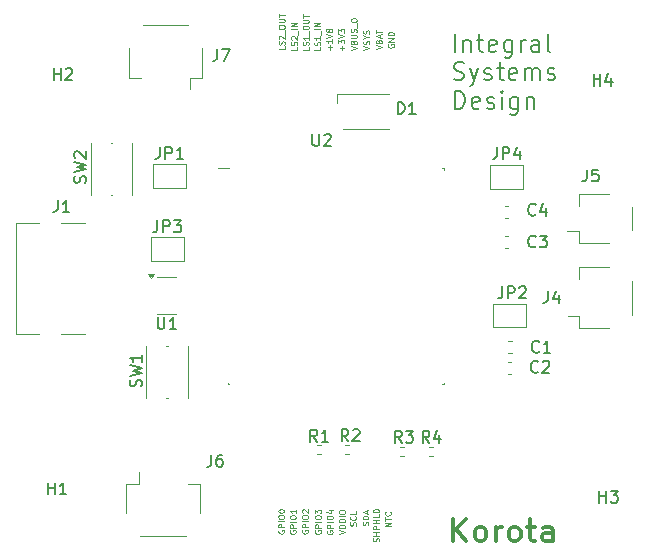
<source format=gbr>
%TF.GenerationSoftware,KiCad,Pcbnew,8.0.3*%
%TF.CreationDate,2024-10-14T16:47:46+01:00*%
%TF.ProjectId,nPM1300 kicad design,6e504d31-3330-4302-906b-696361642064,rev?*%
%TF.SameCoordinates,Original*%
%TF.FileFunction,Legend,Top*%
%TF.FilePolarity,Positive*%
%FSLAX46Y46*%
G04 Gerber Fmt 4.6, Leading zero omitted, Abs format (unit mm)*
G04 Created by KiCad (PCBNEW 8.0.3) date 2024-10-14 16:47:46*
%MOMM*%
%LPD*%
G01*
G04 APERTURE LIST*
%ADD10C,0.380000*%
%ADD11C,0.125000*%
%ADD12C,0.200000*%
%ADD13C,0.150000*%
%ADD14C,0.120000*%
G04 APERTURE END LIST*
D10*
X135252380Y-91647716D02*
X135252380Y-89747716D01*
X136338095Y-91647716D02*
X135523809Y-90562001D01*
X136338095Y-89747716D02*
X135252380Y-90833430D01*
X137423809Y-91647716D02*
X137242857Y-91557240D01*
X137242857Y-91557240D02*
X137152380Y-91466763D01*
X137152380Y-91466763D02*
X137061904Y-91285811D01*
X137061904Y-91285811D02*
X137061904Y-90742954D01*
X137061904Y-90742954D02*
X137152380Y-90562001D01*
X137152380Y-90562001D02*
X137242857Y-90471525D01*
X137242857Y-90471525D02*
X137423809Y-90381049D01*
X137423809Y-90381049D02*
X137695238Y-90381049D01*
X137695238Y-90381049D02*
X137876190Y-90471525D01*
X137876190Y-90471525D02*
X137966666Y-90562001D01*
X137966666Y-90562001D02*
X138057142Y-90742954D01*
X138057142Y-90742954D02*
X138057142Y-91285811D01*
X138057142Y-91285811D02*
X137966666Y-91466763D01*
X137966666Y-91466763D02*
X137876190Y-91557240D01*
X137876190Y-91557240D02*
X137695238Y-91647716D01*
X137695238Y-91647716D02*
X137423809Y-91647716D01*
X138871428Y-91647716D02*
X138871428Y-90381049D01*
X138871428Y-90742954D02*
X138961905Y-90562001D01*
X138961905Y-90562001D02*
X139052381Y-90471525D01*
X139052381Y-90471525D02*
X139233333Y-90381049D01*
X139233333Y-90381049D02*
X139414286Y-90381049D01*
X140319047Y-91647716D02*
X140138095Y-91557240D01*
X140138095Y-91557240D02*
X140047618Y-91466763D01*
X140047618Y-91466763D02*
X139957142Y-91285811D01*
X139957142Y-91285811D02*
X139957142Y-90742954D01*
X139957142Y-90742954D02*
X140047618Y-90562001D01*
X140047618Y-90562001D02*
X140138095Y-90471525D01*
X140138095Y-90471525D02*
X140319047Y-90381049D01*
X140319047Y-90381049D02*
X140590476Y-90381049D01*
X140590476Y-90381049D02*
X140771428Y-90471525D01*
X140771428Y-90471525D02*
X140861904Y-90562001D01*
X140861904Y-90562001D02*
X140952380Y-90742954D01*
X140952380Y-90742954D02*
X140952380Y-91285811D01*
X140952380Y-91285811D02*
X140861904Y-91466763D01*
X140861904Y-91466763D02*
X140771428Y-91557240D01*
X140771428Y-91557240D02*
X140590476Y-91647716D01*
X140590476Y-91647716D02*
X140319047Y-91647716D01*
X141495238Y-90381049D02*
X142219047Y-90381049D01*
X141766666Y-89747716D02*
X141766666Y-91376287D01*
X141766666Y-91376287D02*
X141857143Y-91557240D01*
X141857143Y-91557240D02*
X142038095Y-91647716D01*
X142038095Y-91647716D02*
X142219047Y-91647716D01*
X143666666Y-91647716D02*
X143666666Y-90652478D01*
X143666666Y-90652478D02*
X143576190Y-90471525D01*
X143576190Y-90471525D02*
X143395238Y-90381049D01*
X143395238Y-90381049D02*
X143033333Y-90381049D01*
X143033333Y-90381049D02*
X142852380Y-90471525D01*
X143666666Y-91557240D02*
X143485714Y-91647716D01*
X143485714Y-91647716D02*
X143033333Y-91647716D01*
X143033333Y-91647716D02*
X142852380Y-91557240D01*
X142852380Y-91557240D02*
X142761904Y-91376287D01*
X142761904Y-91376287D02*
X142761904Y-91195335D01*
X142761904Y-91195335D02*
X142852380Y-91014382D01*
X142852380Y-91014382D02*
X143033333Y-90923906D01*
X143033333Y-90923906D02*
X143485714Y-90923906D01*
X143485714Y-90923906D02*
X143666666Y-90833430D01*
D11*
X128051000Y-90282141D02*
X128074809Y-90210713D01*
X128074809Y-90210713D02*
X128074809Y-90091665D01*
X128074809Y-90091665D02*
X128051000Y-90044046D01*
X128051000Y-90044046D02*
X128027190Y-90020237D01*
X128027190Y-90020237D02*
X127979571Y-89996427D01*
X127979571Y-89996427D02*
X127931952Y-89996427D01*
X127931952Y-89996427D02*
X127884333Y-90020237D01*
X127884333Y-90020237D02*
X127860523Y-90044046D01*
X127860523Y-90044046D02*
X127836714Y-90091665D01*
X127836714Y-90091665D02*
X127812904Y-90186903D01*
X127812904Y-90186903D02*
X127789095Y-90234522D01*
X127789095Y-90234522D02*
X127765285Y-90258332D01*
X127765285Y-90258332D02*
X127717666Y-90282141D01*
X127717666Y-90282141D02*
X127670047Y-90282141D01*
X127670047Y-90282141D02*
X127622428Y-90258332D01*
X127622428Y-90258332D02*
X127598619Y-90234522D01*
X127598619Y-90234522D02*
X127574809Y-90186903D01*
X127574809Y-90186903D02*
X127574809Y-90067856D01*
X127574809Y-90067856D02*
X127598619Y-89996427D01*
X128074809Y-89782142D02*
X127574809Y-89782142D01*
X127574809Y-89782142D02*
X127574809Y-89663094D01*
X127574809Y-89663094D02*
X127598619Y-89591666D01*
X127598619Y-89591666D02*
X127646238Y-89544047D01*
X127646238Y-89544047D02*
X127693857Y-89520237D01*
X127693857Y-89520237D02*
X127789095Y-89496428D01*
X127789095Y-89496428D02*
X127860523Y-89496428D01*
X127860523Y-89496428D02*
X127955761Y-89520237D01*
X127955761Y-89520237D02*
X128003380Y-89544047D01*
X128003380Y-89544047D02*
X128051000Y-89591666D01*
X128051000Y-89591666D02*
X128074809Y-89663094D01*
X128074809Y-89663094D02*
X128074809Y-89782142D01*
X127931952Y-89305951D02*
X127931952Y-89067856D01*
X128074809Y-89353570D02*
X127574809Y-89186904D01*
X127574809Y-89186904D02*
X128074809Y-89020237D01*
X123024809Y-49776190D02*
X123024809Y-50014285D01*
X123024809Y-50014285D02*
X122524809Y-50014285D01*
X123001000Y-49633332D02*
X123024809Y-49561904D01*
X123024809Y-49561904D02*
X123024809Y-49442856D01*
X123024809Y-49442856D02*
X123001000Y-49395237D01*
X123001000Y-49395237D02*
X122977190Y-49371428D01*
X122977190Y-49371428D02*
X122929571Y-49347618D01*
X122929571Y-49347618D02*
X122881952Y-49347618D01*
X122881952Y-49347618D02*
X122834333Y-49371428D01*
X122834333Y-49371428D02*
X122810523Y-49395237D01*
X122810523Y-49395237D02*
X122786714Y-49442856D01*
X122786714Y-49442856D02*
X122762904Y-49538094D01*
X122762904Y-49538094D02*
X122739095Y-49585713D01*
X122739095Y-49585713D02*
X122715285Y-49609523D01*
X122715285Y-49609523D02*
X122667666Y-49633332D01*
X122667666Y-49633332D02*
X122620047Y-49633332D01*
X122620047Y-49633332D02*
X122572428Y-49609523D01*
X122572428Y-49609523D02*
X122548619Y-49585713D01*
X122548619Y-49585713D02*
X122524809Y-49538094D01*
X122524809Y-49538094D02*
X122524809Y-49419047D01*
X122524809Y-49419047D02*
X122548619Y-49347618D01*
X123024809Y-48871428D02*
X123024809Y-49157142D01*
X123024809Y-49014285D02*
X122524809Y-49014285D01*
X122524809Y-49014285D02*
X122596238Y-49061904D01*
X122596238Y-49061904D02*
X122643857Y-49109523D01*
X122643857Y-49109523D02*
X122667666Y-49157142D01*
X123072428Y-48776191D02*
X123072428Y-48395238D01*
X122524809Y-48180953D02*
X122524809Y-48085715D01*
X122524809Y-48085715D02*
X122548619Y-48038096D01*
X122548619Y-48038096D02*
X122596238Y-47990477D01*
X122596238Y-47990477D02*
X122691476Y-47966667D01*
X122691476Y-47966667D02*
X122858142Y-47966667D01*
X122858142Y-47966667D02*
X122953380Y-47990477D01*
X122953380Y-47990477D02*
X123001000Y-48038096D01*
X123001000Y-48038096D02*
X123024809Y-48085715D01*
X123024809Y-48085715D02*
X123024809Y-48180953D01*
X123024809Y-48180953D02*
X123001000Y-48228572D01*
X123001000Y-48228572D02*
X122953380Y-48276191D01*
X122953380Y-48276191D02*
X122858142Y-48300000D01*
X122858142Y-48300000D02*
X122691476Y-48300000D01*
X122691476Y-48300000D02*
X122596238Y-48276191D01*
X122596238Y-48276191D02*
X122548619Y-48228572D01*
X122548619Y-48228572D02*
X122524809Y-48180953D01*
X122524809Y-47752381D02*
X122929571Y-47752381D01*
X122929571Y-47752381D02*
X122977190Y-47728571D01*
X122977190Y-47728571D02*
X123001000Y-47704762D01*
X123001000Y-47704762D02*
X123024809Y-47657143D01*
X123024809Y-47657143D02*
X123024809Y-47561905D01*
X123024809Y-47561905D02*
X123001000Y-47514286D01*
X123001000Y-47514286D02*
X122977190Y-47490476D01*
X122977190Y-47490476D02*
X122929571Y-47466667D01*
X122929571Y-47466667D02*
X122524809Y-47466667D01*
X122524809Y-47299999D02*
X122524809Y-47014285D01*
X123024809Y-47157142D02*
X122524809Y-47157142D01*
X122024809Y-49767856D02*
X122024809Y-50005951D01*
X122024809Y-50005951D02*
X121524809Y-50005951D01*
X122001000Y-49624998D02*
X122024809Y-49553570D01*
X122024809Y-49553570D02*
X122024809Y-49434522D01*
X122024809Y-49434522D02*
X122001000Y-49386903D01*
X122001000Y-49386903D02*
X121977190Y-49363094D01*
X121977190Y-49363094D02*
X121929571Y-49339284D01*
X121929571Y-49339284D02*
X121881952Y-49339284D01*
X121881952Y-49339284D02*
X121834333Y-49363094D01*
X121834333Y-49363094D02*
X121810523Y-49386903D01*
X121810523Y-49386903D02*
X121786714Y-49434522D01*
X121786714Y-49434522D02*
X121762904Y-49529760D01*
X121762904Y-49529760D02*
X121739095Y-49577379D01*
X121739095Y-49577379D02*
X121715285Y-49601189D01*
X121715285Y-49601189D02*
X121667666Y-49624998D01*
X121667666Y-49624998D02*
X121620047Y-49624998D01*
X121620047Y-49624998D02*
X121572428Y-49601189D01*
X121572428Y-49601189D02*
X121548619Y-49577379D01*
X121548619Y-49577379D02*
X121524809Y-49529760D01*
X121524809Y-49529760D02*
X121524809Y-49410713D01*
X121524809Y-49410713D02*
X121548619Y-49339284D01*
X121572428Y-49148808D02*
X121548619Y-49124999D01*
X121548619Y-49124999D02*
X121524809Y-49077380D01*
X121524809Y-49077380D02*
X121524809Y-48958332D01*
X121524809Y-48958332D02*
X121548619Y-48910713D01*
X121548619Y-48910713D02*
X121572428Y-48886904D01*
X121572428Y-48886904D02*
X121620047Y-48863094D01*
X121620047Y-48863094D02*
X121667666Y-48863094D01*
X121667666Y-48863094D02*
X121739095Y-48886904D01*
X121739095Y-48886904D02*
X122024809Y-49172618D01*
X122024809Y-49172618D02*
X122024809Y-48863094D01*
X122072428Y-48767857D02*
X122072428Y-48386904D01*
X122024809Y-48267857D02*
X121524809Y-48267857D01*
X122024809Y-48029762D02*
X121524809Y-48029762D01*
X121524809Y-48029762D02*
X122024809Y-47744048D01*
X122024809Y-47744048D02*
X121524809Y-47744048D01*
X124809333Y-50005951D02*
X124809333Y-49624999D01*
X124999809Y-49815475D02*
X124618857Y-49815475D01*
X124999809Y-49124998D02*
X124999809Y-49410712D01*
X124999809Y-49267855D02*
X124499809Y-49267855D01*
X124499809Y-49267855D02*
X124571238Y-49315474D01*
X124571238Y-49315474D02*
X124618857Y-49363093D01*
X124618857Y-49363093D02*
X124642666Y-49410712D01*
X124499809Y-48982141D02*
X124999809Y-48815475D01*
X124999809Y-48815475D02*
X124499809Y-48648808D01*
X124714095Y-48410713D02*
X124690285Y-48458332D01*
X124690285Y-48458332D02*
X124666476Y-48482142D01*
X124666476Y-48482142D02*
X124618857Y-48505951D01*
X124618857Y-48505951D02*
X124595047Y-48505951D01*
X124595047Y-48505951D02*
X124547428Y-48482142D01*
X124547428Y-48482142D02*
X124523619Y-48458332D01*
X124523619Y-48458332D02*
X124499809Y-48410713D01*
X124499809Y-48410713D02*
X124499809Y-48315475D01*
X124499809Y-48315475D02*
X124523619Y-48267856D01*
X124523619Y-48267856D02*
X124547428Y-48244047D01*
X124547428Y-48244047D02*
X124595047Y-48220237D01*
X124595047Y-48220237D02*
X124618857Y-48220237D01*
X124618857Y-48220237D02*
X124666476Y-48244047D01*
X124666476Y-48244047D02*
X124690285Y-48267856D01*
X124690285Y-48267856D02*
X124714095Y-48315475D01*
X124714095Y-48315475D02*
X124714095Y-48410713D01*
X124714095Y-48410713D02*
X124737904Y-48458332D01*
X124737904Y-48458332D02*
X124761714Y-48482142D01*
X124761714Y-48482142D02*
X124809333Y-48505951D01*
X124809333Y-48505951D02*
X124904571Y-48505951D01*
X124904571Y-48505951D02*
X124952190Y-48482142D01*
X124952190Y-48482142D02*
X124976000Y-48458332D01*
X124976000Y-48458332D02*
X124999809Y-48410713D01*
X124999809Y-48410713D02*
X124999809Y-48315475D01*
X124999809Y-48315475D02*
X124976000Y-48267856D01*
X124976000Y-48267856D02*
X124952190Y-48244047D01*
X124952190Y-48244047D02*
X124904571Y-48220237D01*
X124904571Y-48220237D02*
X124809333Y-48220237D01*
X124809333Y-48220237D02*
X124761714Y-48244047D01*
X124761714Y-48244047D02*
X124737904Y-48267856D01*
X124737904Y-48267856D02*
X124714095Y-48315475D01*
X120473619Y-90688094D02*
X120449809Y-90735713D01*
X120449809Y-90735713D02*
X120449809Y-90807142D01*
X120449809Y-90807142D02*
X120473619Y-90878570D01*
X120473619Y-90878570D02*
X120521238Y-90926189D01*
X120521238Y-90926189D02*
X120568857Y-90949999D01*
X120568857Y-90949999D02*
X120664095Y-90973808D01*
X120664095Y-90973808D02*
X120735523Y-90973808D01*
X120735523Y-90973808D02*
X120830761Y-90949999D01*
X120830761Y-90949999D02*
X120878380Y-90926189D01*
X120878380Y-90926189D02*
X120926000Y-90878570D01*
X120926000Y-90878570D02*
X120949809Y-90807142D01*
X120949809Y-90807142D02*
X120949809Y-90759523D01*
X120949809Y-90759523D02*
X120926000Y-90688094D01*
X120926000Y-90688094D02*
X120902190Y-90664285D01*
X120902190Y-90664285D02*
X120735523Y-90664285D01*
X120735523Y-90664285D02*
X120735523Y-90759523D01*
X120949809Y-90449999D02*
X120449809Y-90449999D01*
X120449809Y-90449999D02*
X120449809Y-90259523D01*
X120449809Y-90259523D02*
X120473619Y-90211904D01*
X120473619Y-90211904D02*
X120497428Y-90188094D01*
X120497428Y-90188094D02*
X120545047Y-90164285D01*
X120545047Y-90164285D02*
X120616476Y-90164285D01*
X120616476Y-90164285D02*
X120664095Y-90188094D01*
X120664095Y-90188094D02*
X120687904Y-90211904D01*
X120687904Y-90211904D02*
X120711714Y-90259523D01*
X120711714Y-90259523D02*
X120711714Y-90449999D01*
X120949809Y-89949999D02*
X120449809Y-89949999D01*
X120449809Y-89616666D02*
X120449809Y-89521428D01*
X120449809Y-89521428D02*
X120473619Y-89473809D01*
X120473619Y-89473809D02*
X120521238Y-89426190D01*
X120521238Y-89426190D02*
X120616476Y-89402380D01*
X120616476Y-89402380D02*
X120783142Y-89402380D01*
X120783142Y-89402380D02*
X120878380Y-89426190D01*
X120878380Y-89426190D02*
X120926000Y-89473809D01*
X120926000Y-89473809D02*
X120949809Y-89521428D01*
X120949809Y-89521428D02*
X120949809Y-89616666D01*
X120949809Y-89616666D02*
X120926000Y-89664285D01*
X120926000Y-89664285D02*
X120878380Y-89711904D01*
X120878380Y-89711904D02*
X120783142Y-89735713D01*
X120783142Y-89735713D02*
X120616476Y-89735713D01*
X120616476Y-89735713D02*
X120521238Y-89711904D01*
X120521238Y-89711904D02*
X120473619Y-89664285D01*
X120473619Y-89664285D02*
X120449809Y-89616666D01*
X120449809Y-89092856D02*
X120449809Y-89045237D01*
X120449809Y-89045237D02*
X120473619Y-88997618D01*
X120473619Y-88997618D02*
X120497428Y-88973808D01*
X120497428Y-88973808D02*
X120545047Y-88949999D01*
X120545047Y-88949999D02*
X120640285Y-88926189D01*
X120640285Y-88926189D02*
X120759333Y-88926189D01*
X120759333Y-88926189D02*
X120854571Y-88949999D01*
X120854571Y-88949999D02*
X120902190Y-88973808D01*
X120902190Y-88973808D02*
X120926000Y-88997618D01*
X120926000Y-88997618D02*
X120949809Y-89045237D01*
X120949809Y-89045237D02*
X120949809Y-89092856D01*
X120949809Y-89092856D02*
X120926000Y-89140475D01*
X120926000Y-89140475D02*
X120902190Y-89164284D01*
X120902190Y-89164284D02*
X120854571Y-89188094D01*
X120854571Y-89188094D02*
X120759333Y-89211903D01*
X120759333Y-89211903D02*
X120640285Y-89211903D01*
X120640285Y-89211903D02*
X120545047Y-89188094D01*
X120545047Y-89188094D02*
X120497428Y-89164284D01*
X120497428Y-89164284D02*
X120473619Y-89140475D01*
X120473619Y-89140475D02*
X120449809Y-89092856D01*
X128951000Y-91644047D02*
X128974809Y-91572619D01*
X128974809Y-91572619D02*
X128974809Y-91453571D01*
X128974809Y-91453571D02*
X128951000Y-91405952D01*
X128951000Y-91405952D02*
X128927190Y-91382143D01*
X128927190Y-91382143D02*
X128879571Y-91358333D01*
X128879571Y-91358333D02*
X128831952Y-91358333D01*
X128831952Y-91358333D02*
X128784333Y-91382143D01*
X128784333Y-91382143D02*
X128760523Y-91405952D01*
X128760523Y-91405952D02*
X128736714Y-91453571D01*
X128736714Y-91453571D02*
X128712904Y-91548809D01*
X128712904Y-91548809D02*
X128689095Y-91596428D01*
X128689095Y-91596428D02*
X128665285Y-91620238D01*
X128665285Y-91620238D02*
X128617666Y-91644047D01*
X128617666Y-91644047D02*
X128570047Y-91644047D01*
X128570047Y-91644047D02*
X128522428Y-91620238D01*
X128522428Y-91620238D02*
X128498619Y-91596428D01*
X128498619Y-91596428D02*
X128474809Y-91548809D01*
X128474809Y-91548809D02*
X128474809Y-91429762D01*
X128474809Y-91429762D02*
X128498619Y-91358333D01*
X128974809Y-91144048D02*
X128474809Y-91144048D01*
X128712904Y-91144048D02*
X128712904Y-90858334D01*
X128974809Y-90858334D02*
X128474809Y-90858334D01*
X128974809Y-90620238D02*
X128474809Y-90620238D01*
X128474809Y-90620238D02*
X128474809Y-90429762D01*
X128474809Y-90429762D02*
X128498619Y-90382143D01*
X128498619Y-90382143D02*
X128522428Y-90358333D01*
X128522428Y-90358333D02*
X128570047Y-90334524D01*
X128570047Y-90334524D02*
X128641476Y-90334524D01*
X128641476Y-90334524D02*
X128689095Y-90358333D01*
X128689095Y-90358333D02*
X128712904Y-90382143D01*
X128712904Y-90382143D02*
X128736714Y-90429762D01*
X128736714Y-90429762D02*
X128736714Y-90620238D01*
X128974809Y-90120238D02*
X128474809Y-90120238D01*
X128712904Y-90120238D02*
X128712904Y-89834524D01*
X128974809Y-89834524D02*
X128474809Y-89834524D01*
X128974809Y-89358333D02*
X128974809Y-89596428D01*
X128974809Y-89596428D02*
X128474809Y-89596428D01*
X128974809Y-89191666D02*
X128474809Y-89191666D01*
X128474809Y-89191666D02*
X128474809Y-89072618D01*
X128474809Y-89072618D02*
X128498619Y-89001190D01*
X128498619Y-89001190D02*
X128546238Y-88953571D01*
X128546238Y-88953571D02*
X128593857Y-88929761D01*
X128593857Y-88929761D02*
X128689095Y-88905952D01*
X128689095Y-88905952D02*
X128760523Y-88905952D01*
X128760523Y-88905952D02*
X128855761Y-88929761D01*
X128855761Y-88929761D02*
X128903380Y-88953571D01*
X128903380Y-88953571D02*
X128951000Y-89001190D01*
X128951000Y-89001190D02*
X128974809Y-89072618D01*
X128974809Y-89072618D02*
X128974809Y-89191666D01*
X125834333Y-50055951D02*
X125834333Y-49674999D01*
X126024809Y-49865475D02*
X125643857Y-49865475D01*
X125524809Y-49484522D02*
X125524809Y-49174998D01*
X125524809Y-49174998D02*
X125715285Y-49341665D01*
X125715285Y-49341665D02*
X125715285Y-49270236D01*
X125715285Y-49270236D02*
X125739095Y-49222617D01*
X125739095Y-49222617D02*
X125762904Y-49198808D01*
X125762904Y-49198808D02*
X125810523Y-49174998D01*
X125810523Y-49174998D02*
X125929571Y-49174998D01*
X125929571Y-49174998D02*
X125977190Y-49198808D01*
X125977190Y-49198808D02*
X126001000Y-49222617D01*
X126001000Y-49222617D02*
X126024809Y-49270236D01*
X126024809Y-49270236D02*
X126024809Y-49413093D01*
X126024809Y-49413093D02*
X126001000Y-49460712D01*
X126001000Y-49460712D02*
X125977190Y-49484522D01*
X125524809Y-49032141D02*
X126024809Y-48865475D01*
X126024809Y-48865475D02*
X125524809Y-48698808D01*
X125524809Y-48579761D02*
X125524809Y-48270237D01*
X125524809Y-48270237D02*
X125715285Y-48436904D01*
X125715285Y-48436904D02*
X125715285Y-48365475D01*
X125715285Y-48365475D02*
X125739095Y-48317856D01*
X125739095Y-48317856D02*
X125762904Y-48294047D01*
X125762904Y-48294047D02*
X125810523Y-48270237D01*
X125810523Y-48270237D02*
X125929571Y-48270237D01*
X125929571Y-48270237D02*
X125977190Y-48294047D01*
X125977190Y-48294047D02*
X126001000Y-48317856D01*
X126001000Y-48317856D02*
X126024809Y-48365475D01*
X126024809Y-48365475D02*
X126024809Y-48508332D01*
X126024809Y-48508332D02*
X126001000Y-48555951D01*
X126001000Y-48555951D02*
X125977190Y-48579761D01*
X126574809Y-50044046D02*
X127074809Y-49877380D01*
X127074809Y-49877380D02*
X126574809Y-49710713D01*
X126812904Y-49377380D02*
X126836714Y-49305952D01*
X126836714Y-49305952D02*
X126860523Y-49282142D01*
X126860523Y-49282142D02*
X126908142Y-49258333D01*
X126908142Y-49258333D02*
X126979571Y-49258333D01*
X126979571Y-49258333D02*
X127027190Y-49282142D01*
X127027190Y-49282142D02*
X127051000Y-49305952D01*
X127051000Y-49305952D02*
X127074809Y-49353571D01*
X127074809Y-49353571D02*
X127074809Y-49544047D01*
X127074809Y-49544047D02*
X126574809Y-49544047D01*
X126574809Y-49544047D02*
X126574809Y-49377380D01*
X126574809Y-49377380D02*
X126598619Y-49329761D01*
X126598619Y-49329761D02*
X126622428Y-49305952D01*
X126622428Y-49305952D02*
X126670047Y-49282142D01*
X126670047Y-49282142D02*
X126717666Y-49282142D01*
X126717666Y-49282142D02*
X126765285Y-49305952D01*
X126765285Y-49305952D02*
X126789095Y-49329761D01*
X126789095Y-49329761D02*
X126812904Y-49377380D01*
X126812904Y-49377380D02*
X126812904Y-49544047D01*
X126574809Y-49044047D02*
X126979571Y-49044047D01*
X126979571Y-49044047D02*
X127027190Y-49020237D01*
X127027190Y-49020237D02*
X127051000Y-48996428D01*
X127051000Y-48996428D02*
X127074809Y-48948809D01*
X127074809Y-48948809D02*
X127074809Y-48853571D01*
X127074809Y-48853571D02*
X127051000Y-48805952D01*
X127051000Y-48805952D02*
X127027190Y-48782142D01*
X127027190Y-48782142D02*
X126979571Y-48758333D01*
X126979571Y-48758333D02*
X126574809Y-48758333D01*
X127051000Y-48544046D02*
X127074809Y-48472618D01*
X127074809Y-48472618D02*
X127074809Y-48353570D01*
X127074809Y-48353570D02*
X127051000Y-48305951D01*
X127051000Y-48305951D02*
X127027190Y-48282142D01*
X127027190Y-48282142D02*
X126979571Y-48258332D01*
X126979571Y-48258332D02*
X126931952Y-48258332D01*
X126931952Y-48258332D02*
X126884333Y-48282142D01*
X126884333Y-48282142D02*
X126860523Y-48305951D01*
X126860523Y-48305951D02*
X126836714Y-48353570D01*
X126836714Y-48353570D02*
X126812904Y-48448808D01*
X126812904Y-48448808D02*
X126789095Y-48496427D01*
X126789095Y-48496427D02*
X126765285Y-48520237D01*
X126765285Y-48520237D02*
X126717666Y-48544046D01*
X126717666Y-48544046D02*
X126670047Y-48544046D01*
X126670047Y-48544046D02*
X126622428Y-48520237D01*
X126622428Y-48520237D02*
X126598619Y-48496427D01*
X126598619Y-48496427D02*
X126574809Y-48448808D01*
X126574809Y-48448808D02*
X126574809Y-48329761D01*
X126574809Y-48329761D02*
X126598619Y-48258332D01*
X127122428Y-48163095D02*
X127122428Y-47782142D01*
X126574809Y-47567857D02*
X126574809Y-47472619D01*
X126574809Y-47472619D02*
X126598619Y-47425000D01*
X126598619Y-47425000D02*
X126646238Y-47377381D01*
X126646238Y-47377381D02*
X126741476Y-47353571D01*
X126741476Y-47353571D02*
X126908142Y-47353571D01*
X126908142Y-47353571D02*
X127003380Y-47377381D01*
X127003380Y-47377381D02*
X127051000Y-47425000D01*
X127051000Y-47425000D02*
X127074809Y-47472619D01*
X127074809Y-47472619D02*
X127074809Y-47567857D01*
X127074809Y-47567857D02*
X127051000Y-47615476D01*
X127051000Y-47615476D02*
X127003380Y-47663095D01*
X127003380Y-47663095D02*
X126908142Y-47686904D01*
X126908142Y-47686904D02*
X126741476Y-47686904D01*
X126741476Y-47686904D02*
X126646238Y-47663095D01*
X126646238Y-47663095D02*
X126598619Y-47615476D01*
X126598619Y-47615476D02*
X126574809Y-47567857D01*
X125574809Y-91022618D02*
X126074809Y-90855952D01*
X126074809Y-90855952D02*
X125574809Y-90689285D01*
X126074809Y-90522619D02*
X125574809Y-90522619D01*
X125574809Y-90522619D02*
X125574809Y-90403571D01*
X125574809Y-90403571D02*
X125598619Y-90332143D01*
X125598619Y-90332143D02*
X125646238Y-90284524D01*
X125646238Y-90284524D02*
X125693857Y-90260714D01*
X125693857Y-90260714D02*
X125789095Y-90236905D01*
X125789095Y-90236905D02*
X125860523Y-90236905D01*
X125860523Y-90236905D02*
X125955761Y-90260714D01*
X125955761Y-90260714D02*
X126003380Y-90284524D01*
X126003380Y-90284524D02*
X126051000Y-90332143D01*
X126051000Y-90332143D02*
X126074809Y-90403571D01*
X126074809Y-90403571D02*
X126074809Y-90522619D01*
X126074809Y-90022619D02*
X125574809Y-90022619D01*
X125574809Y-90022619D02*
X125574809Y-89903571D01*
X125574809Y-89903571D02*
X125598619Y-89832143D01*
X125598619Y-89832143D02*
X125646238Y-89784524D01*
X125646238Y-89784524D02*
X125693857Y-89760714D01*
X125693857Y-89760714D02*
X125789095Y-89736905D01*
X125789095Y-89736905D02*
X125860523Y-89736905D01*
X125860523Y-89736905D02*
X125955761Y-89760714D01*
X125955761Y-89760714D02*
X126003380Y-89784524D01*
X126003380Y-89784524D02*
X126051000Y-89832143D01*
X126051000Y-89832143D02*
X126074809Y-89903571D01*
X126074809Y-89903571D02*
X126074809Y-90022619D01*
X126074809Y-89522619D02*
X125574809Y-89522619D01*
X125574809Y-89189286D02*
X125574809Y-89094048D01*
X125574809Y-89094048D02*
X125598619Y-89046429D01*
X125598619Y-89046429D02*
X125646238Y-88998810D01*
X125646238Y-88998810D02*
X125741476Y-88975000D01*
X125741476Y-88975000D02*
X125908142Y-88975000D01*
X125908142Y-88975000D02*
X126003380Y-88998810D01*
X126003380Y-88998810D02*
X126051000Y-89046429D01*
X126051000Y-89046429D02*
X126074809Y-89094048D01*
X126074809Y-89094048D02*
X126074809Y-89189286D01*
X126074809Y-89189286D02*
X126051000Y-89236905D01*
X126051000Y-89236905D02*
X126003380Y-89284524D01*
X126003380Y-89284524D02*
X125908142Y-89308333D01*
X125908142Y-89308333D02*
X125741476Y-89308333D01*
X125741476Y-89308333D02*
X125646238Y-89284524D01*
X125646238Y-89284524D02*
X125598619Y-89236905D01*
X125598619Y-89236905D02*
X125574809Y-89189286D01*
X129748619Y-49555952D02*
X129724809Y-49603571D01*
X129724809Y-49603571D02*
X129724809Y-49675000D01*
X129724809Y-49675000D02*
X129748619Y-49746428D01*
X129748619Y-49746428D02*
X129796238Y-49794047D01*
X129796238Y-49794047D02*
X129843857Y-49817857D01*
X129843857Y-49817857D02*
X129939095Y-49841666D01*
X129939095Y-49841666D02*
X130010523Y-49841666D01*
X130010523Y-49841666D02*
X130105761Y-49817857D01*
X130105761Y-49817857D02*
X130153380Y-49794047D01*
X130153380Y-49794047D02*
X130201000Y-49746428D01*
X130201000Y-49746428D02*
X130224809Y-49675000D01*
X130224809Y-49675000D02*
X130224809Y-49627381D01*
X130224809Y-49627381D02*
X130201000Y-49555952D01*
X130201000Y-49555952D02*
X130177190Y-49532143D01*
X130177190Y-49532143D02*
X130010523Y-49532143D01*
X130010523Y-49532143D02*
X130010523Y-49627381D01*
X130224809Y-49317857D02*
X129724809Y-49317857D01*
X129724809Y-49317857D02*
X130224809Y-49032143D01*
X130224809Y-49032143D02*
X129724809Y-49032143D01*
X130224809Y-48794047D02*
X129724809Y-48794047D01*
X129724809Y-48794047D02*
X129724809Y-48674999D01*
X129724809Y-48674999D02*
X129748619Y-48603571D01*
X129748619Y-48603571D02*
X129796238Y-48555952D01*
X129796238Y-48555952D02*
X129843857Y-48532142D01*
X129843857Y-48532142D02*
X129939095Y-48508333D01*
X129939095Y-48508333D02*
X130010523Y-48508333D01*
X130010523Y-48508333D02*
X130105761Y-48532142D01*
X130105761Y-48532142D02*
X130153380Y-48555952D01*
X130153380Y-48555952D02*
X130201000Y-48603571D01*
X130201000Y-48603571D02*
X130224809Y-48674999D01*
X130224809Y-48674999D02*
X130224809Y-48794047D01*
X127001000Y-90295237D02*
X127024809Y-90223809D01*
X127024809Y-90223809D02*
X127024809Y-90104761D01*
X127024809Y-90104761D02*
X127001000Y-90057142D01*
X127001000Y-90057142D02*
X126977190Y-90033333D01*
X126977190Y-90033333D02*
X126929571Y-90009523D01*
X126929571Y-90009523D02*
X126881952Y-90009523D01*
X126881952Y-90009523D02*
X126834333Y-90033333D01*
X126834333Y-90033333D02*
X126810523Y-90057142D01*
X126810523Y-90057142D02*
X126786714Y-90104761D01*
X126786714Y-90104761D02*
X126762904Y-90199999D01*
X126762904Y-90199999D02*
X126739095Y-90247618D01*
X126739095Y-90247618D02*
X126715285Y-90271428D01*
X126715285Y-90271428D02*
X126667666Y-90295237D01*
X126667666Y-90295237D02*
X126620047Y-90295237D01*
X126620047Y-90295237D02*
X126572428Y-90271428D01*
X126572428Y-90271428D02*
X126548619Y-90247618D01*
X126548619Y-90247618D02*
X126524809Y-90199999D01*
X126524809Y-90199999D02*
X126524809Y-90080952D01*
X126524809Y-90080952D02*
X126548619Y-90009523D01*
X126977190Y-89509524D02*
X127001000Y-89533333D01*
X127001000Y-89533333D02*
X127024809Y-89604762D01*
X127024809Y-89604762D02*
X127024809Y-89652381D01*
X127024809Y-89652381D02*
X127001000Y-89723809D01*
X127001000Y-89723809D02*
X126953380Y-89771428D01*
X126953380Y-89771428D02*
X126905761Y-89795238D01*
X126905761Y-89795238D02*
X126810523Y-89819047D01*
X126810523Y-89819047D02*
X126739095Y-89819047D01*
X126739095Y-89819047D02*
X126643857Y-89795238D01*
X126643857Y-89795238D02*
X126596238Y-89771428D01*
X126596238Y-89771428D02*
X126548619Y-89723809D01*
X126548619Y-89723809D02*
X126524809Y-89652381D01*
X126524809Y-89652381D02*
X126524809Y-89604762D01*
X126524809Y-89604762D02*
X126548619Y-89533333D01*
X126548619Y-89533333D02*
X126572428Y-89509524D01*
X127024809Y-89057143D02*
X127024809Y-89295238D01*
X127024809Y-89295238D02*
X126524809Y-89295238D01*
X121448619Y-90713094D02*
X121424809Y-90760713D01*
X121424809Y-90760713D02*
X121424809Y-90832142D01*
X121424809Y-90832142D02*
X121448619Y-90903570D01*
X121448619Y-90903570D02*
X121496238Y-90951189D01*
X121496238Y-90951189D02*
X121543857Y-90974999D01*
X121543857Y-90974999D02*
X121639095Y-90998808D01*
X121639095Y-90998808D02*
X121710523Y-90998808D01*
X121710523Y-90998808D02*
X121805761Y-90974999D01*
X121805761Y-90974999D02*
X121853380Y-90951189D01*
X121853380Y-90951189D02*
X121901000Y-90903570D01*
X121901000Y-90903570D02*
X121924809Y-90832142D01*
X121924809Y-90832142D02*
X121924809Y-90784523D01*
X121924809Y-90784523D02*
X121901000Y-90713094D01*
X121901000Y-90713094D02*
X121877190Y-90689285D01*
X121877190Y-90689285D02*
X121710523Y-90689285D01*
X121710523Y-90689285D02*
X121710523Y-90784523D01*
X121924809Y-90474999D02*
X121424809Y-90474999D01*
X121424809Y-90474999D02*
X121424809Y-90284523D01*
X121424809Y-90284523D02*
X121448619Y-90236904D01*
X121448619Y-90236904D02*
X121472428Y-90213094D01*
X121472428Y-90213094D02*
X121520047Y-90189285D01*
X121520047Y-90189285D02*
X121591476Y-90189285D01*
X121591476Y-90189285D02*
X121639095Y-90213094D01*
X121639095Y-90213094D02*
X121662904Y-90236904D01*
X121662904Y-90236904D02*
X121686714Y-90284523D01*
X121686714Y-90284523D02*
X121686714Y-90474999D01*
X121924809Y-89974999D02*
X121424809Y-89974999D01*
X121424809Y-89641666D02*
X121424809Y-89546428D01*
X121424809Y-89546428D02*
X121448619Y-89498809D01*
X121448619Y-89498809D02*
X121496238Y-89451190D01*
X121496238Y-89451190D02*
X121591476Y-89427380D01*
X121591476Y-89427380D02*
X121758142Y-89427380D01*
X121758142Y-89427380D02*
X121853380Y-89451190D01*
X121853380Y-89451190D02*
X121901000Y-89498809D01*
X121901000Y-89498809D02*
X121924809Y-89546428D01*
X121924809Y-89546428D02*
X121924809Y-89641666D01*
X121924809Y-89641666D02*
X121901000Y-89689285D01*
X121901000Y-89689285D02*
X121853380Y-89736904D01*
X121853380Y-89736904D02*
X121758142Y-89760713D01*
X121758142Y-89760713D02*
X121591476Y-89760713D01*
X121591476Y-89760713D02*
X121496238Y-89736904D01*
X121496238Y-89736904D02*
X121448619Y-89689285D01*
X121448619Y-89689285D02*
X121424809Y-89641666D01*
X121924809Y-88951189D02*
X121924809Y-89236903D01*
X121924809Y-89094046D02*
X121424809Y-89094046D01*
X121424809Y-89094046D02*
X121496238Y-89141665D01*
X121496238Y-89141665D02*
X121543857Y-89189284D01*
X121543857Y-89189284D02*
X121567666Y-89236903D01*
X129974809Y-90333333D02*
X129474809Y-90333333D01*
X129474809Y-90333333D02*
X129974809Y-90047619D01*
X129974809Y-90047619D02*
X129474809Y-90047619D01*
X129474809Y-89880951D02*
X129474809Y-89595237D01*
X129974809Y-89738094D02*
X129474809Y-89738094D01*
X129927190Y-89142857D02*
X129951000Y-89166666D01*
X129951000Y-89166666D02*
X129974809Y-89238095D01*
X129974809Y-89238095D02*
X129974809Y-89285714D01*
X129974809Y-89285714D02*
X129951000Y-89357142D01*
X129951000Y-89357142D02*
X129903380Y-89404761D01*
X129903380Y-89404761D02*
X129855761Y-89428571D01*
X129855761Y-89428571D02*
X129760523Y-89452380D01*
X129760523Y-89452380D02*
X129689095Y-89452380D01*
X129689095Y-89452380D02*
X129593857Y-89428571D01*
X129593857Y-89428571D02*
X129546238Y-89404761D01*
X129546238Y-89404761D02*
X129498619Y-89357142D01*
X129498619Y-89357142D02*
X129474809Y-89285714D01*
X129474809Y-89285714D02*
X129474809Y-89238095D01*
X129474809Y-89238095D02*
X129498619Y-89166666D01*
X129498619Y-89166666D02*
X129522428Y-89142857D01*
X120974809Y-49726190D02*
X120974809Y-49964285D01*
X120974809Y-49964285D02*
X120474809Y-49964285D01*
X120951000Y-49583332D02*
X120974809Y-49511904D01*
X120974809Y-49511904D02*
X120974809Y-49392856D01*
X120974809Y-49392856D02*
X120951000Y-49345237D01*
X120951000Y-49345237D02*
X120927190Y-49321428D01*
X120927190Y-49321428D02*
X120879571Y-49297618D01*
X120879571Y-49297618D02*
X120831952Y-49297618D01*
X120831952Y-49297618D02*
X120784333Y-49321428D01*
X120784333Y-49321428D02*
X120760523Y-49345237D01*
X120760523Y-49345237D02*
X120736714Y-49392856D01*
X120736714Y-49392856D02*
X120712904Y-49488094D01*
X120712904Y-49488094D02*
X120689095Y-49535713D01*
X120689095Y-49535713D02*
X120665285Y-49559523D01*
X120665285Y-49559523D02*
X120617666Y-49583332D01*
X120617666Y-49583332D02*
X120570047Y-49583332D01*
X120570047Y-49583332D02*
X120522428Y-49559523D01*
X120522428Y-49559523D02*
X120498619Y-49535713D01*
X120498619Y-49535713D02*
X120474809Y-49488094D01*
X120474809Y-49488094D02*
X120474809Y-49369047D01*
X120474809Y-49369047D02*
X120498619Y-49297618D01*
X120522428Y-49107142D02*
X120498619Y-49083333D01*
X120498619Y-49083333D02*
X120474809Y-49035714D01*
X120474809Y-49035714D02*
X120474809Y-48916666D01*
X120474809Y-48916666D02*
X120498619Y-48869047D01*
X120498619Y-48869047D02*
X120522428Y-48845238D01*
X120522428Y-48845238D02*
X120570047Y-48821428D01*
X120570047Y-48821428D02*
X120617666Y-48821428D01*
X120617666Y-48821428D02*
X120689095Y-48845238D01*
X120689095Y-48845238D02*
X120974809Y-49130952D01*
X120974809Y-49130952D02*
X120974809Y-48821428D01*
X121022428Y-48726191D02*
X121022428Y-48345238D01*
X120474809Y-48130953D02*
X120474809Y-48035715D01*
X120474809Y-48035715D02*
X120498619Y-47988096D01*
X120498619Y-47988096D02*
X120546238Y-47940477D01*
X120546238Y-47940477D02*
X120641476Y-47916667D01*
X120641476Y-47916667D02*
X120808142Y-47916667D01*
X120808142Y-47916667D02*
X120903380Y-47940477D01*
X120903380Y-47940477D02*
X120951000Y-47988096D01*
X120951000Y-47988096D02*
X120974809Y-48035715D01*
X120974809Y-48035715D02*
X120974809Y-48130953D01*
X120974809Y-48130953D02*
X120951000Y-48178572D01*
X120951000Y-48178572D02*
X120903380Y-48226191D01*
X120903380Y-48226191D02*
X120808142Y-48250000D01*
X120808142Y-48250000D02*
X120641476Y-48250000D01*
X120641476Y-48250000D02*
X120546238Y-48226191D01*
X120546238Y-48226191D02*
X120498619Y-48178572D01*
X120498619Y-48178572D02*
X120474809Y-48130953D01*
X120474809Y-47702381D02*
X120879571Y-47702381D01*
X120879571Y-47702381D02*
X120927190Y-47678571D01*
X120927190Y-47678571D02*
X120951000Y-47654762D01*
X120951000Y-47654762D02*
X120974809Y-47607143D01*
X120974809Y-47607143D02*
X120974809Y-47511905D01*
X120974809Y-47511905D02*
X120951000Y-47464286D01*
X120951000Y-47464286D02*
X120927190Y-47440476D01*
X120927190Y-47440476D02*
X120879571Y-47416667D01*
X120879571Y-47416667D02*
X120474809Y-47416667D01*
X120474809Y-47249999D02*
X120474809Y-46964285D01*
X120974809Y-47107142D02*
X120474809Y-47107142D01*
D12*
X135388720Y-50176196D02*
X135388720Y-48676196D01*
X136103006Y-49176196D02*
X136103006Y-50176196D01*
X136103006Y-49319053D02*
X136174435Y-49247625D01*
X136174435Y-49247625D02*
X136317292Y-49176196D01*
X136317292Y-49176196D02*
X136531578Y-49176196D01*
X136531578Y-49176196D02*
X136674435Y-49247625D01*
X136674435Y-49247625D02*
X136745864Y-49390482D01*
X136745864Y-49390482D02*
X136745864Y-50176196D01*
X137245864Y-49176196D02*
X137817292Y-49176196D01*
X137460149Y-48676196D02*
X137460149Y-49961910D01*
X137460149Y-49961910D02*
X137531578Y-50104768D01*
X137531578Y-50104768D02*
X137674435Y-50176196D01*
X137674435Y-50176196D02*
X137817292Y-50176196D01*
X138888721Y-50104768D02*
X138745864Y-50176196D01*
X138745864Y-50176196D02*
X138460150Y-50176196D01*
X138460150Y-50176196D02*
X138317292Y-50104768D01*
X138317292Y-50104768D02*
X138245864Y-49961910D01*
X138245864Y-49961910D02*
X138245864Y-49390482D01*
X138245864Y-49390482D02*
X138317292Y-49247625D01*
X138317292Y-49247625D02*
X138460150Y-49176196D01*
X138460150Y-49176196D02*
X138745864Y-49176196D01*
X138745864Y-49176196D02*
X138888721Y-49247625D01*
X138888721Y-49247625D02*
X138960150Y-49390482D01*
X138960150Y-49390482D02*
X138960150Y-49533339D01*
X138960150Y-49533339D02*
X138245864Y-49676196D01*
X140245864Y-49176196D02*
X140245864Y-50390482D01*
X140245864Y-50390482D02*
X140174435Y-50533339D01*
X140174435Y-50533339D02*
X140103006Y-50604768D01*
X140103006Y-50604768D02*
X139960149Y-50676196D01*
X139960149Y-50676196D02*
X139745864Y-50676196D01*
X139745864Y-50676196D02*
X139603006Y-50604768D01*
X140245864Y-50104768D02*
X140103006Y-50176196D01*
X140103006Y-50176196D02*
X139817292Y-50176196D01*
X139817292Y-50176196D02*
X139674435Y-50104768D01*
X139674435Y-50104768D02*
X139603006Y-50033339D01*
X139603006Y-50033339D02*
X139531578Y-49890482D01*
X139531578Y-49890482D02*
X139531578Y-49461910D01*
X139531578Y-49461910D02*
X139603006Y-49319053D01*
X139603006Y-49319053D02*
X139674435Y-49247625D01*
X139674435Y-49247625D02*
X139817292Y-49176196D01*
X139817292Y-49176196D02*
X140103006Y-49176196D01*
X140103006Y-49176196D02*
X140245864Y-49247625D01*
X140960149Y-50176196D02*
X140960149Y-49176196D01*
X140960149Y-49461910D02*
X141031578Y-49319053D01*
X141031578Y-49319053D02*
X141103007Y-49247625D01*
X141103007Y-49247625D02*
X141245864Y-49176196D01*
X141245864Y-49176196D02*
X141388721Y-49176196D01*
X142531578Y-50176196D02*
X142531578Y-49390482D01*
X142531578Y-49390482D02*
X142460149Y-49247625D01*
X142460149Y-49247625D02*
X142317292Y-49176196D01*
X142317292Y-49176196D02*
X142031578Y-49176196D01*
X142031578Y-49176196D02*
X141888720Y-49247625D01*
X142531578Y-50104768D02*
X142388720Y-50176196D01*
X142388720Y-50176196D02*
X142031578Y-50176196D01*
X142031578Y-50176196D02*
X141888720Y-50104768D01*
X141888720Y-50104768D02*
X141817292Y-49961910D01*
X141817292Y-49961910D02*
X141817292Y-49819053D01*
X141817292Y-49819053D02*
X141888720Y-49676196D01*
X141888720Y-49676196D02*
X142031578Y-49604768D01*
X142031578Y-49604768D02*
X142388720Y-49604768D01*
X142388720Y-49604768D02*
X142531578Y-49533339D01*
X143460149Y-50176196D02*
X143317292Y-50104768D01*
X143317292Y-50104768D02*
X143245863Y-49961910D01*
X143245863Y-49961910D02*
X143245863Y-48676196D01*
X135317292Y-52519684D02*
X135531578Y-52591112D01*
X135531578Y-52591112D02*
X135888720Y-52591112D01*
X135888720Y-52591112D02*
X136031578Y-52519684D01*
X136031578Y-52519684D02*
X136103006Y-52448255D01*
X136103006Y-52448255D02*
X136174435Y-52305398D01*
X136174435Y-52305398D02*
X136174435Y-52162541D01*
X136174435Y-52162541D02*
X136103006Y-52019684D01*
X136103006Y-52019684D02*
X136031578Y-51948255D01*
X136031578Y-51948255D02*
X135888720Y-51876826D01*
X135888720Y-51876826D02*
X135603006Y-51805398D01*
X135603006Y-51805398D02*
X135460149Y-51733969D01*
X135460149Y-51733969D02*
X135388720Y-51662541D01*
X135388720Y-51662541D02*
X135317292Y-51519684D01*
X135317292Y-51519684D02*
X135317292Y-51376826D01*
X135317292Y-51376826D02*
X135388720Y-51233969D01*
X135388720Y-51233969D02*
X135460149Y-51162541D01*
X135460149Y-51162541D02*
X135603006Y-51091112D01*
X135603006Y-51091112D02*
X135960149Y-51091112D01*
X135960149Y-51091112D02*
X136174435Y-51162541D01*
X136674434Y-51591112D02*
X137031577Y-52591112D01*
X137388720Y-51591112D02*
X137031577Y-52591112D01*
X137031577Y-52591112D02*
X136888720Y-52948255D01*
X136888720Y-52948255D02*
X136817291Y-53019684D01*
X136817291Y-53019684D02*
X136674434Y-53091112D01*
X137888720Y-52519684D02*
X138031577Y-52591112D01*
X138031577Y-52591112D02*
X138317291Y-52591112D01*
X138317291Y-52591112D02*
X138460148Y-52519684D01*
X138460148Y-52519684D02*
X138531577Y-52376826D01*
X138531577Y-52376826D02*
X138531577Y-52305398D01*
X138531577Y-52305398D02*
X138460148Y-52162541D01*
X138460148Y-52162541D02*
X138317291Y-52091112D01*
X138317291Y-52091112D02*
X138103006Y-52091112D01*
X138103006Y-52091112D02*
X137960148Y-52019684D01*
X137960148Y-52019684D02*
X137888720Y-51876826D01*
X137888720Y-51876826D02*
X137888720Y-51805398D01*
X137888720Y-51805398D02*
X137960148Y-51662541D01*
X137960148Y-51662541D02*
X138103006Y-51591112D01*
X138103006Y-51591112D02*
X138317291Y-51591112D01*
X138317291Y-51591112D02*
X138460148Y-51662541D01*
X138960149Y-51591112D02*
X139531577Y-51591112D01*
X139174434Y-51091112D02*
X139174434Y-52376826D01*
X139174434Y-52376826D02*
X139245863Y-52519684D01*
X139245863Y-52519684D02*
X139388720Y-52591112D01*
X139388720Y-52591112D02*
X139531577Y-52591112D01*
X140603006Y-52519684D02*
X140460149Y-52591112D01*
X140460149Y-52591112D02*
X140174435Y-52591112D01*
X140174435Y-52591112D02*
X140031577Y-52519684D01*
X140031577Y-52519684D02*
X139960149Y-52376826D01*
X139960149Y-52376826D02*
X139960149Y-51805398D01*
X139960149Y-51805398D02*
X140031577Y-51662541D01*
X140031577Y-51662541D02*
X140174435Y-51591112D01*
X140174435Y-51591112D02*
X140460149Y-51591112D01*
X140460149Y-51591112D02*
X140603006Y-51662541D01*
X140603006Y-51662541D02*
X140674435Y-51805398D01*
X140674435Y-51805398D02*
X140674435Y-51948255D01*
X140674435Y-51948255D02*
X139960149Y-52091112D01*
X141317291Y-52591112D02*
X141317291Y-51591112D01*
X141317291Y-51733969D02*
X141388720Y-51662541D01*
X141388720Y-51662541D02*
X141531577Y-51591112D01*
X141531577Y-51591112D02*
X141745863Y-51591112D01*
X141745863Y-51591112D02*
X141888720Y-51662541D01*
X141888720Y-51662541D02*
X141960149Y-51805398D01*
X141960149Y-51805398D02*
X141960149Y-52591112D01*
X141960149Y-51805398D02*
X142031577Y-51662541D01*
X142031577Y-51662541D02*
X142174434Y-51591112D01*
X142174434Y-51591112D02*
X142388720Y-51591112D01*
X142388720Y-51591112D02*
X142531577Y-51662541D01*
X142531577Y-51662541D02*
X142603006Y-51805398D01*
X142603006Y-51805398D02*
X142603006Y-52591112D01*
X143245863Y-52519684D02*
X143388720Y-52591112D01*
X143388720Y-52591112D02*
X143674434Y-52591112D01*
X143674434Y-52591112D02*
X143817291Y-52519684D01*
X143817291Y-52519684D02*
X143888720Y-52376826D01*
X143888720Y-52376826D02*
X143888720Y-52305398D01*
X143888720Y-52305398D02*
X143817291Y-52162541D01*
X143817291Y-52162541D02*
X143674434Y-52091112D01*
X143674434Y-52091112D02*
X143460149Y-52091112D01*
X143460149Y-52091112D02*
X143317291Y-52019684D01*
X143317291Y-52019684D02*
X143245863Y-51876826D01*
X143245863Y-51876826D02*
X143245863Y-51805398D01*
X143245863Y-51805398D02*
X143317291Y-51662541D01*
X143317291Y-51662541D02*
X143460149Y-51591112D01*
X143460149Y-51591112D02*
X143674434Y-51591112D01*
X143674434Y-51591112D02*
X143817291Y-51662541D01*
X135388720Y-55006028D02*
X135388720Y-53506028D01*
X135388720Y-53506028D02*
X135745863Y-53506028D01*
X135745863Y-53506028D02*
X135960149Y-53577457D01*
X135960149Y-53577457D02*
X136103006Y-53720314D01*
X136103006Y-53720314D02*
X136174435Y-53863171D01*
X136174435Y-53863171D02*
X136245863Y-54148885D01*
X136245863Y-54148885D02*
X136245863Y-54363171D01*
X136245863Y-54363171D02*
X136174435Y-54648885D01*
X136174435Y-54648885D02*
X136103006Y-54791742D01*
X136103006Y-54791742D02*
X135960149Y-54934600D01*
X135960149Y-54934600D02*
X135745863Y-55006028D01*
X135745863Y-55006028D02*
X135388720Y-55006028D01*
X137460149Y-54934600D02*
X137317292Y-55006028D01*
X137317292Y-55006028D02*
X137031578Y-55006028D01*
X137031578Y-55006028D02*
X136888720Y-54934600D01*
X136888720Y-54934600D02*
X136817292Y-54791742D01*
X136817292Y-54791742D02*
X136817292Y-54220314D01*
X136817292Y-54220314D02*
X136888720Y-54077457D01*
X136888720Y-54077457D02*
X137031578Y-54006028D01*
X137031578Y-54006028D02*
X137317292Y-54006028D01*
X137317292Y-54006028D02*
X137460149Y-54077457D01*
X137460149Y-54077457D02*
X137531578Y-54220314D01*
X137531578Y-54220314D02*
X137531578Y-54363171D01*
X137531578Y-54363171D02*
X136817292Y-54506028D01*
X138103006Y-54934600D02*
X138245863Y-55006028D01*
X138245863Y-55006028D02*
X138531577Y-55006028D01*
X138531577Y-55006028D02*
X138674434Y-54934600D01*
X138674434Y-54934600D02*
X138745863Y-54791742D01*
X138745863Y-54791742D02*
X138745863Y-54720314D01*
X138745863Y-54720314D02*
X138674434Y-54577457D01*
X138674434Y-54577457D02*
X138531577Y-54506028D01*
X138531577Y-54506028D02*
X138317292Y-54506028D01*
X138317292Y-54506028D02*
X138174434Y-54434600D01*
X138174434Y-54434600D02*
X138103006Y-54291742D01*
X138103006Y-54291742D02*
X138103006Y-54220314D01*
X138103006Y-54220314D02*
X138174434Y-54077457D01*
X138174434Y-54077457D02*
X138317292Y-54006028D01*
X138317292Y-54006028D02*
X138531577Y-54006028D01*
X138531577Y-54006028D02*
X138674434Y-54077457D01*
X139388720Y-55006028D02*
X139388720Y-54006028D01*
X139388720Y-53506028D02*
X139317292Y-53577457D01*
X139317292Y-53577457D02*
X139388720Y-53648885D01*
X139388720Y-53648885D02*
X139460149Y-53577457D01*
X139460149Y-53577457D02*
X139388720Y-53506028D01*
X139388720Y-53506028D02*
X139388720Y-53648885D01*
X140745864Y-54006028D02*
X140745864Y-55220314D01*
X140745864Y-55220314D02*
X140674435Y-55363171D01*
X140674435Y-55363171D02*
X140603006Y-55434600D01*
X140603006Y-55434600D02*
X140460149Y-55506028D01*
X140460149Y-55506028D02*
X140245864Y-55506028D01*
X140245864Y-55506028D02*
X140103006Y-55434600D01*
X140745864Y-54934600D02*
X140603006Y-55006028D01*
X140603006Y-55006028D02*
X140317292Y-55006028D01*
X140317292Y-55006028D02*
X140174435Y-54934600D01*
X140174435Y-54934600D02*
X140103006Y-54863171D01*
X140103006Y-54863171D02*
X140031578Y-54720314D01*
X140031578Y-54720314D02*
X140031578Y-54291742D01*
X140031578Y-54291742D02*
X140103006Y-54148885D01*
X140103006Y-54148885D02*
X140174435Y-54077457D01*
X140174435Y-54077457D02*
X140317292Y-54006028D01*
X140317292Y-54006028D02*
X140603006Y-54006028D01*
X140603006Y-54006028D02*
X140745864Y-54077457D01*
X141460149Y-54006028D02*
X141460149Y-55006028D01*
X141460149Y-54148885D02*
X141531578Y-54077457D01*
X141531578Y-54077457D02*
X141674435Y-54006028D01*
X141674435Y-54006028D02*
X141888721Y-54006028D01*
X141888721Y-54006028D02*
X142031578Y-54077457D01*
X142031578Y-54077457D02*
X142103007Y-54220314D01*
X142103007Y-54220314D02*
X142103007Y-55006028D01*
D11*
X123573619Y-90713094D02*
X123549809Y-90760713D01*
X123549809Y-90760713D02*
X123549809Y-90832142D01*
X123549809Y-90832142D02*
X123573619Y-90903570D01*
X123573619Y-90903570D02*
X123621238Y-90951189D01*
X123621238Y-90951189D02*
X123668857Y-90974999D01*
X123668857Y-90974999D02*
X123764095Y-90998808D01*
X123764095Y-90998808D02*
X123835523Y-90998808D01*
X123835523Y-90998808D02*
X123930761Y-90974999D01*
X123930761Y-90974999D02*
X123978380Y-90951189D01*
X123978380Y-90951189D02*
X124026000Y-90903570D01*
X124026000Y-90903570D02*
X124049809Y-90832142D01*
X124049809Y-90832142D02*
X124049809Y-90784523D01*
X124049809Y-90784523D02*
X124026000Y-90713094D01*
X124026000Y-90713094D02*
X124002190Y-90689285D01*
X124002190Y-90689285D02*
X123835523Y-90689285D01*
X123835523Y-90689285D02*
X123835523Y-90784523D01*
X124049809Y-90474999D02*
X123549809Y-90474999D01*
X123549809Y-90474999D02*
X123549809Y-90284523D01*
X123549809Y-90284523D02*
X123573619Y-90236904D01*
X123573619Y-90236904D02*
X123597428Y-90213094D01*
X123597428Y-90213094D02*
X123645047Y-90189285D01*
X123645047Y-90189285D02*
X123716476Y-90189285D01*
X123716476Y-90189285D02*
X123764095Y-90213094D01*
X123764095Y-90213094D02*
X123787904Y-90236904D01*
X123787904Y-90236904D02*
X123811714Y-90284523D01*
X123811714Y-90284523D02*
X123811714Y-90474999D01*
X124049809Y-89974999D02*
X123549809Y-89974999D01*
X123549809Y-89641666D02*
X123549809Y-89546428D01*
X123549809Y-89546428D02*
X123573619Y-89498809D01*
X123573619Y-89498809D02*
X123621238Y-89451190D01*
X123621238Y-89451190D02*
X123716476Y-89427380D01*
X123716476Y-89427380D02*
X123883142Y-89427380D01*
X123883142Y-89427380D02*
X123978380Y-89451190D01*
X123978380Y-89451190D02*
X124026000Y-89498809D01*
X124026000Y-89498809D02*
X124049809Y-89546428D01*
X124049809Y-89546428D02*
X124049809Y-89641666D01*
X124049809Y-89641666D02*
X124026000Y-89689285D01*
X124026000Y-89689285D02*
X123978380Y-89736904D01*
X123978380Y-89736904D02*
X123883142Y-89760713D01*
X123883142Y-89760713D02*
X123716476Y-89760713D01*
X123716476Y-89760713D02*
X123621238Y-89736904D01*
X123621238Y-89736904D02*
X123573619Y-89689285D01*
X123573619Y-89689285D02*
X123549809Y-89641666D01*
X123549809Y-89260713D02*
X123549809Y-88951189D01*
X123549809Y-88951189D02*
X123740285Y-89117856D01*
X123740285Y-89117856D02*
X123740285Y-89046427D01*
X123740285Y-89046427D02*
X123764095Y-88998808D01*
X123764095Y-88998808D02*
X123787904Y-88974999D01*
X123787904Y-88974999D02*
X123835523Y-88951189D01*
X123835523Y-88951189D02*
X123954571Y-88951189D01*
X123954571Y-88951189D02*
X124002190Y-88974999D01*
X124002190Y-88974999D02*
X124026000Y-88998808D01*
X124026000Y-88998808D02*
X124049809Y-89046427D01*
X124049809Y-89046427D02*
X124049809Y-89189284D01*
X124049809Y-89189284D02*
X124026000Y-89236903D01*
X124026000Y-89236903D02*
X124002190Y-89260713D01*
X122473619Y-90688094D02*
X122449809Y-90735713D01*
X122449809Y-90735713D02*
X122449809Y-90807142D01*
X122449809Y-90807142D02*
X122473619Y-90878570D01*
X122473619Y-90878570D02*
X122521238Y-90926189D01*
X122521238Y-90926189D02*
X122568857Y-90949999D01*
X122568857Y-90949999D02*
X122664095Y-90973808D01*
X122664095Y-90973808D02*
X122735523Y-90973808D01*
X122735523Y-90973808D02*
X122830761Y-90949999D01*
X122830761Y-90949999D02*
X122878380Y-90926189D01*
X122878380Y-90926189D02*
X122926000Y-90878570D01*
X122926000Y-90878570D02*
X122949809Y-90807142D01*
X122949809Y-90807142D02*
X122949809Y-90759523D01*
X122949809Y-90759523D02*
X122926000Y-90688094D01*
X122926000Y-90688094D02*
X122902190Y-90664285D01*
X122902190Y-90664285D02*
X122735523Y-90664285D01*
X122735523Y-90664285D02*
X122735523Y-90759523D01*
X122949809Y-90449999D02*
X122449809Y-90449999D01*
X122449809Y-90449999D02*
X122449809Y-90259523D01*
X122449809Y-90259523D02*
X122473619Y-90211904D01*
X122473619Y-90211904D02*
X122497428Y-90188094D01*
X122497428Y-90188094D02*
X122545047Y-90164285D01*
X122545047Y-90164285D02*
X122616476Y-90164285D01*
X122616476Y-90164285D02*
X122664095Y-90188094D01*
X122664095Y-90188094D02*
X122687904Y-90211904D01*
X122687904Y-90211904D02*
X122711714Y-90259523D01*
X122711714Y-90259523D02*
X122711714Y-90449999D01*
X122949809Y-89949999D02*
X122449809Y-89949999D01*
X122449809Y-89616666D02*
X122449809Y-89521428D01*
X122449809Y-89521428D02*
X122473619Y-89473809D01*
X122473619Y-89473809D02*
X122521238Y-89426190D01*
X122521238Y-89426190D02*
X122616476Y-89402380D01*
X122616476Y-89402380D02*
X122783142Y-89402380D01*
X122783142Y-89402380D02*
X122878380Y-89426190D01*
X122878380Y-89426190D02*
X122926000Y-89473809D01*
X122926000Y-89473809D02*
X122949809Y-89521428D01*
X122949809Y-89521428D02*
X122949809Y-89616666D01*
X122949809Y-89616666D02*
X122926000Y-89664285D01*
X122926000Y-89664285D02*
X122878380Y-89711904D01*
X122878380Y-89711904D02*
X122783142Y-89735713D01*
X122783142Y-89735713D02*
X122616476Y-89735713D01*
X122616476Y-89735713D02*
X122521238Y-89711904D01*
X122521238Y-89711904D02*
X122473619Y-89664285D01*
X122473619Y-89664285D02*
X122449809Y-89616666D01*
X122497428Y-89211903D02*
X122473619Y-89188094D01*
X122473619Y-89188094D02*
X122449809Y-89140475D01*
X122449809Y-89140475D02*
X122449809Y-89021427D01*
X122449809Y-89021427D02*
X122473619Y-88973808D01*
X122473619Y-88973808D02*
X122497428Y-88949999D01*
X122497428Y-88949999D02*
X122545047Y-88926189D01*
X122545047Y-88926189D02*
X122592666Y-88926189D01*
X122592666Y-88926189D02*
X122664095Y-88949999D01*
X122664095Y-88949999D02*
X122949809Y-89235713D01*
X122949809Y-89235713D02*
X122949809Y-88926189D01*
X124573619Y-90738094D02*
X124549809Y-90785713D01*
X124549809Y-90785713D02*
X124549809Y-90857142D01*
X124549809Y-90857142D02*
X124573619Y-90928570D01*
X124573619Y-90928570D02*
X124621238Y-90976189D01*
X124621238Y-90976189D02*
X124668857Y-90999999D01*
X124668857Y-90999999D02*
X124764095Y-91023808D01*
X124764095Y-91023808D02*
X124835523Y-91023808D01*
X124835523Y-91023808D02*
X124930761Y-90999999D01*
X124930761Y-90999999D02*
X124978380Y-90976189D01*
X124978380Y-90976189D02*
X125026000Y-90928570D01*
X125026000Y-90928570D02*
X125049809Y-90857142D01*
X125049809Y-90857142D02*
X125049809Y-90809523D01*
X125049809Y-90809523D02*
X125026000Y-90738094D01*
X125026000Y-90738094D02*
X125002190Y-90714285D01*
X125002190Y-90714285D02*
X124835523Y-90714285D01*
X124835523Y-90714285D02*
X124835523Y-90809523D01*
X125049809Y-90499999D02*
X124549809Y-90499999D01*
X124549809Y-90499999D02*
X124549809Y-90309523D01*
X124549809Y-90309523D02*
X124573619Y-90261904D01*
X124573619Y-90261904D02*
X124597428Y-90238094D01*
X124597428Y-90238094D02*
X124645047Y-90214285D01*
X124645047Y-90214285D02*
X124716476Y-90214285D01*
X124716476Y-90214285D02*
X124764095Y-90238094D01*
X124764095Y-90238094D02*
X124787904Y-90261904D01*
X124787904Y-90261904D02*
X124811714Y-90309523D01*
X124811714Y-90309523D02*
X124811714Y-90499999D01*
X125049809Y-89999999D02*
X124549809Y-89999999D01*
X124549809Y-89666666D02*
X124549809Y-89571428D01*
X124549809Y-89571428D02*
X124573619Y-89523809D01*
X124573619Y-89523809D02*
X124621238Y-89476190D01*
X124621238Y-89476190D02*
X124716476Y-89452380D01*
X124716476Y-89452380D02*
X124883142Y-89452380D01*
X124883142Y-89452380D02*
X124978380Y-89476190D01*
X124978380Y-89476190D02*
X125026000Y-89523809D01*
X125026000Y-89523809D02*
X125049809Y-89571428D01*
X125049809Y-89571428D02*
X125049809Y-89666666D01*
X125049809Y-89666666D02*
X125026000Y-89714285D01*
X125026000Y-89714285D02*
X124978380Y-89761904D01*
X124978380Y-89761904D02*
X124883142Y-89785713D01*
X124883142Y-89785713D02*
X124716476Y-89785713D01*
X124716476Y-89785713D02*
X124621238Y-89761904D01*
X124621238Y-89761904D02*
X124573619Y-89714285D01*
X124573619Y-89714285D02*
X124549809Y-89666666D01*
X124716476Y-89023808D02*
X125049809Y-89023808D01*
X124526000Y-89142856D02*
X124883142Y-89261903D01*
X124883142Y-89261903D02*
X124883142Y-88952380D01*
X127649809Y-50032141D02*
X128149809Y-49865475D01*
X128149809Y-49865475D02*
X127649809Y-49698808D01*
X128126000Y-49555951D02*
X128149809Y-49484523D01*
X128149809Y-49484523D02*
X128149809Y-49365475D01*
X128149809Y-49365475D02*
X128126000Y-49317856D01*
X128126000Y-49317856D02*
X128102190Y-49294047D01*
X128102190Y-49294047D02*
X128054571Y-49270237D01*
X128054571Y-49270237D02*
X128006952Y-49270237D01*
X128006952Y-49270237D02*
X127959333Y-49294047D01*
X127959333Y-49294047D02*
X127935523Y-49317856D01*
X127935523Y-49317856D02*
X127911714Y-49365475D01*
X127911714Y-49365475D02*
X127887904Y-49460713D01*
X127887904Y-49460713D02*
X127864095Y-49508332D01*
X127864095Y-49508332D02*
X127840285Y-49532142D01*
X127840285Y-49532142D02*
X127792666Y-49555951D01*
X127792666Y-49555951D02*
X127745047Y-49555951D01*
X127745047Y-49555951D02*
X127697428Y-49532142D01*
X127697428Y-49532142D02*
X127673619Y-49508332D01*
X127673619Y-49508332D02*
X127649809Y-49460713D01*
X127649809Y-49460713D02*
X127649809Y-49341666D01*
X127649809Y-49341666D02*
X127673619Y-49270237D01*
X127911714Y-48960714D02*
X128149809Y-48960714D01*
X127649809Y-49127380D02*
X127911714Y-48960714D01*
X127911714Y-48960714D02*
X127649809Y-48794047D01*
X128126000Y-48651190D02*
X128149809Y-48579762D01*
X128149809Y-48579762D02*
X128149809Y-48460714D01*
X128149809Y-48460714D02*
X128126000Y-48413095D01*
X128126000Y-48413095D02*
X128102190Y-48389286D01*
X128102190Y-48389286D02*
X128054571Y-48365476D01*
X128054571Y-48365476D02*
X128006952Y-48365476D01*
X128006952Y-48365476D02*
X127959333Y-48389286D01*
X127959333Y-48389286D02*
X127935523Y-48413095D01*
X127935523Y-48413095D02*
X127911714Y-48460714D01*
X127911714Y-48460714D02*
X127887904Y-48555952D01*
X127887904Y-48555952D02*
X127864095Y-48603571D01*
X127864095Y-48603571D02*
X127840285Y-48627381D01*
X127840285Y-48627381D02*
X127792666Y-48651190D01*
X127792666Y-48651190D02*
X127745047Y-48651190D01*
X127745047Y-48651190D02*
X127697428Y-48627381D01*
X127697428Y-48627381D02*
X127673619Y-48603571D01*
X127673619Y-48603571D02*
X127649809Y-48555952D01*
X127649809Y-48555952D02*
X127649809Y-48436905D01*
X127649809Y-48436905D02*
X127673619Y-48365476D01*
X128699809Y-49971427D02*
X129199809Y-49804761D01*
X129199809Y-49804761D02*
X128699809Y-49638094D01*
X128937904Y-49304761D02*
X128961714Y-49233333D01*
X128961714Y-49233333D02*
X128985523Y-49209523D01*
X128985523Y-49209523D02*
X129033142Y-49185714D01*
X129033142Y-49185714D02*
X129104571Y-49185714D01*
X129104571Y-49185714D02*
X129152190Y-49209523D01*
X129152190Y-49209523D02*
X129176000Y-49233333D01*
X129176000Y-49233333D02*
X129199809Y-49280952D01*
X129199809Y-49280952D02*
X129199809Y-49471428D01*
X129199809Y-49471428D02*
X128699809Y-49471428D01*
X128699809Y-49471428D02*
X128699809Y-49304761D01*
X128699809Y-49304761D02*
X128723619Y-49257142D01*
X128723619Y-49257142D02*
X128747428Y-49233333D01*
X128747428Y-49233333D02*
X128795047Y-49209523D01*
X128795047Y-49209523D02*
X128842666Y-49209523D01*
X128842666Y-49209523D02*
X128890285Y-49233333D01*
X128890285Y-49233333D02*
X128914095Y-49257142D01*
X128914095Y-49257142D02*
X128937904Y-49304761D01*
X128937904Y-49304761D02*
X128937904Y-49471428D01*
X129056952Y-48995237D02*
X129056952Y-48757142D01*
X129199809Y-49042856D02*
X128699809Y-48876190D01*
X128699809Y-48876190D02*
X129199809Y-48709523D01*
X128699809Y-48614285D02*
X128699809Y-48328571D01*
X129199809Y-48471428D02*
X128699809Y-48471428D01*
X123999809Y-49767856D02*
X123999809Y-50005951D01*
X123999809Y-50005951D02*
X123499809Y-50005951D01*
X123976000Y-49624998D02*
X123999809Y-49553570D01*
X123999809Y-49553570D02*
X123999809Y-49434522D01*
X123999809Y-49434522D02*
X123976000Y-49386903D01*
X123976000Y-49386903D02*
X123952190Y-49363094D01*
X123952190Y-49363094D02*
X123904571Y-49339284D01*
X123904571Y-49339284D02*
X123856952Y-49339284D01*
X123856952Y-49339284D02*
X123809333Y-49363094D01*
X123809333Y-49363094D02*
X123785523Y-49386903D01*
X123785523Y-49386903D02*
X123761714Y-49434522D01*
X123761714Y-49434522D02*
X123737904Y-49529760D01*
X123737904Y-49529760D02*
X123714095Y-49577379D01*
X123714095Y-49577379D02*
X123690285Y-49601189D01*
X123690285Y-49601189D02*
X123642666Y-49624998D01*
X123642666Y-49624998D02*
X123595047Y-49624998D01*
X123595047Y-49624998D02*
X123547428Y-49601189D01*
X123547428Y-49601189D02*
X123523619Y-49577379D01*
X123523619Y-49577379D02*
X123499809Y-49529760D01*
X123499809Y-49529760D02*
X123499809Y-49410713D01*
X123499809Y-49410713D02*
X123523619Y-49339284D01*
X123999809Y-48863094D02*
X123999809Y-49148808D01*
X123999809Y-49005951D02*
X123499809Y-49005951D01*
X123499809Y-49005951D02*
X123571238Y-49053570D01*
X123571238Y-49053570D02*
X123618857Y-49101189D01*
X123618857Y-49101189D02*
X123642666Y-49148808D01*
X124047428Y-48767857D02*
X124047428Y-48386904D01*
X123999809Y-48267857D02*
X123499809Y-48267857D01*
X123999809Y-48029762D02*
X123499809Y-48029762D01*
X123499809Y-48029762D02*
X123999809Y-47744048D01*
X123999809Y-47744048D02*
X123499809Y-47744048D01*
D13*
X100938095Y-87654819D02*
X100938095Y-86654819D01*
X100938095Y-87131009D02*
X101509523Y-87131009D01*
X101509523Y-87654819D02*
X101509523Y-86654819D01*
X102509523Y-87654819D02*
X101938095Y-87654819D01*
X102223809Y-87654819D02*
X102223809Y-86654819D01*
X102223809Y-86654819D02*
X102128571Y-86797676D01*
X102128571Y-86797676D02*
X102033333Y-86892914D01*
X102033333Y-86892914D02*
X101938095Y-86940533D01*
X146566666Y-60154819D02*
X146566666Y-60869104D01*
X146566666Y-60869104D02*
X146519047Y-61011961D01*
X146519047Y-61011961D02*
X146423809Y-61107200D01*
X146423809Y-61107200D02*
X146280952Y-61154819D01*
X146280952Y-61154819D02*
X146185714Y-61154819D01*
X147519047Y-60154819D02*
X147042857Y-60154819D01*
X147042857Y-60154819D02*
X146995238Y-60631009D01*
X146995238Y-60631009D02*
X147042857Y-60583390D01*
X147042857Y-60583390D02*
X147138095Y-60535771D01*
X147138095Y-60535771D02*
X147376190Y-60535771D01*
X147376190Y-60535771D02*
X147471428Y-60583390D01*
X147471428Y-60583390D02*
X147519047Y-60631009D01*
X147519047Y-60631009D02*
X147566666Y-60726247D01*
X147566666Y-60726247D02*
X147566666Y-60964342D01*
X147566666Y-60964342D02*
X147519047Y-61059580D01*
X147519047Y-61059580D02*
X147471428Y-61107200D01*
X147471428Y-61107200D02*
X147376190Y-61154819D01*
X147376190Y-61154819D02*
X147138095Y-61154819D01*
X147138095Y-61154819D02*
X147042857Y-61107200D01*
X147042857Y-61107200D02*
X146995238Y-61059580D01*
X133233333Y-83284819D02*
X132900000Y-82808628D01*
X132661905Y-83284819D02*
X132661905Y-82284819D01*
X132661905Y-82284819D02*
X133042857Y-82284819D01*
X133042857Y-82284819D02*
X133138095Y-82332438D01*
X133138095Y-82332438D02*
X133185714Y-82380057D01*
X133185714Y-82380057D02*
X133233333Y-82475295D01*
X133233333Y-82475295D02*
X133233333Y-82618152D01*
X133233333Y-82618152D02*
X133185714Y-82713390D01*
X133185714Y-82713390D02*
X133138095Y-82761009D01*
X133138095Y-82761009D02*
X133042857Y-82808628D01*
X133042857Y-82808628D02*
X132661905Y-82808628D01*
X134090476Y-82618152D02*
X134090476Y-83284819D01*
X133852381Y-82237200D02*
X133614286Y-82951485D01*
X133614286Y-82951485D02*
X134233333Y-82951485D01*
X138966666Y-58254819D02*
X138966666Y-58969104D01*
X138966666Y-58969104D02*
X138919047Y-59111961D01*
X138919047Y-59111961D02*
X138823809Y-59207200D01*
X138823809Y-59207200D02*
X138680952Y-59254819D01*
X138680952Y-59254819D02*
X138585714Y-59254819D01*
X139442857Y-59254819D02*
X139442857Y-58254819D01*
X139442857Y-58254819D02*
X139823809Y-58254819D01*
X139823809Y-58254819D02*
X139919047Y-58302438D01*
X139919047Y-58302438D02*
X139966666Y-58350057D01*
X139966666Y-58350057D02*
X140014285Y-58445295D01*
X140014285Y-58445295D02*
X140014285Y-58588152D01*
X140014285Y-58588152D02*
X139966666Y-58683390D01*
X139966666Y-58683390D02*
X139919047Y-58731009D01*
X139919047Y-58731009D02*
X139823809Y-58778628D01*
X139823809Y-58778628D02*
X139442857Y-58778628D01*
X140871428Y-58588152D02*
X140871428Y-59254819D01*
X140633333Y-58207200D02*
X140395238Y-58921485D01*
X140395238Y-58921485D02*
X141014285Y-58921485D01*
X110416666Y-58254819D02*
X110416666Y-58969104D01*
X110416666Y-58969104D02*
X110369047Y-59111961D01*
X110369047Y-59111961D02*
X110273809Y-59207200D01*
X110273809Y-59207200D02*
X110130952Y-59254819D01*
X110130952Y-59254819D02*
X110035714Y-59254819D01*
X110892857Y-59254819D02*
X110892857Y-58254819D01*
X110892857Y-58254819D02*
X111273809Y-58254819D01*
X111273809Y-58254819D02*
X111369047Y-58302438D01*
X111369047Y-58302438D02*
X111416666Y-58350057D01*
X111416666Y-58350057D02*
X111464285Y-58445295D01*
X111464285Y-58445295D02*
X111464285Y-58588152D01*
X111464285Y-58588152D02*
X111416666Y-58683390D01*
X111416666Y-58683390D02*
X111369047Y-58731009D01*
X111369047Y-58731009D02*
X111273809Y-58778628D01*
X111273809Y-58778628D02*
X110892857Y-58778628D01*
X112416666Y-59254819D02*
X111845238Y-59254819D01*
X112130952Y-59254819D02*
X112130952Y-58254819D01*
X112130952Y-58254819D02*
X112035714Y-58397676D01*
X112035714Y-58397676D02*
X111940476Y-58492914D01*
X111940476Y-58492914D02*
X111845238Y-58540533D01*
X142533333Y-75559580D02*
X142485714Y-75607200D01*
X142485714Y-75607200D02*
X142342857Y-75654819D01*
X142342857Y-75654819D02*
X142247619Y-75654819D01*
X142247619Y-75654819D02*
X142104762Y-75607200D01*
X142104762Y-75607200D02*
X142009524Y-75511961D01*
X142009524Y-75511961D02*
X141961905Y-75416723D01*
X141961905Y-75416723D02*
X141914286Y-75226247D01*
X141914286Y-75226247D02*
X141914286Y-75083390D01*
X141914286Y-75083390D02*
X141961905Y-74892914D01*
X141961905Y-74892914D02*
X142009524Y-74797676D01*
X142009524Y-74797676D02*
X142104762Y-74702438D01*
X142104762Y-74702438D02*
X142247619Y-74654819D01*
X142247619Y-74654819D02*
X142342857Y-74654819D01*
X142342857Y-74654819D02*
X142485714Y-74702438D01*
X142485714Y-74702438D02*
X142533333Y-74750057D01*
X143485714Y-75654819D02*
X142914286Y-75654819D01*
X143200000Y-75654819D02*
X143200000Y-74654819D01*
X143200000Y-74654819D02*
X143104762Y-74797676D01*
X143104762Y-74797676D02*
X143009524Y-74892914D01*
X143009524Y-74892914D02*
X142914286Y-74940533D01*
X110216666Y-64454819D02*
X110216666Y-65169104D01*
X110216666Y-65169104D02*
X110169047Y-65311961D01*
X110169047Y-65311961D02*
X110073809Y-65407200D01*
X110073809Y-65407200D02*
X109930952Y-65454819D01*
X109930952Y-65454819D02*
X109835714Y-65454819D01*
X110692857Y-65454819D02*
X110692857Y-64454819D01*
X110692857Y-64454819D02*
X111073809Y-64454819D01*
X111073809Y-64454819D02*
X111169047Y-64502438D01*
X111169047Y-64502438D02*
X111216666Y-64550057D01*
X111216666Y-64550057D02*
X111264285Y-64645295D01*
X111264285Y-64645295D02*
X111264285Y-64788152D01*
X111264285Y-64788152D02*
X111216666Y-64883390D01*
X111216666Y-64883390D02*
X111169047Y-64931009D01*
X111169047Y-64931009D02*
X111073809Y-64978628D01*
X111073809Y-64978628D02*
X110692857Y-64978628D01*
X111597619Y-64454819D02*
X112216666Y-64454819D01*
X112216666Y-64454819D02*
X111883333Y-64835771D01*
X111883333Y-64835771D02*
X112026190Y-64835771D01*
X112026190Y-64835771D02*
X112121428Y-64883390D01*
X112121428Y-64883390D02*
X112169047Y-64931009D01*
X112169047Y-64931009D02*
X112216666Y-65026247D01*
X112216666Y-65026247D02*
X112216666Y-65264342D01*
X112216666Y-65264342D02*
X112169047Y-65359580D01*
X112169047Y-65359580D02*
X112121428Y-65407200D01*
X112121428Y-65407200D02*
X112026190Y-65454819D01*
X112026190Y-65454819D02*
X111740476Y-65454819D01*
X111740476Y-65454819D02*
X111645238Y-65407200D01*
X111645238Y-65407200D02*
X111597619Y-65359580D01*
X104107200Y-61283332D02*
X104154819Y-61140475D01*
X104154819Y-61140475D02*
X104154819Y-60902380D01*
X104154819Y-60902380D02*
X104107200Y-60807142D01*
X104107200Y-60807142D02*
X104059580Y-60759523D01*
X104059580Y-60759523D02*
X103964342Y-60711904D01*
X103964342Y-60711904D02*
X103869104Y-60711904D01*
X103869104Y-60711904D02*
X103773866Y-60759523D01*
X103773866Y-60759523D02*
X103726247Y-60807142D01*
X103726247Y-60807142D02*
X103678628Y-60902380D01*
X103678628Y-60902380D02*
X103631009Y-61092856D01*
X103631009Y-61092856D02*
X103583390Y-61188094D01*
X103583390Y-61188094D02*
X103535771Y-61235713D01*
X103535771Y-61235713D02*
X103440533Y-61283332D01*
X103440533Y-61283332D02*
X103345295Y-61283332D01*
X103345295Y-61283332D02*
X103250057Y-61235713D01*
X103250057Y-61235713D02*
X103202438Y-61188094D01*
X103202438Y-61188094D02*
X103154819Y-61092856D01*
X103154819Y-61092856D02*
X103154819Y-60854761D01*
X103154819Y-60854761D02*
X103202438Y-60711904D01*
X103154819Y-60378570D02*
X104154819Y-60140475D01*
X104154819Y-60140475D02*
X103440533Y-59949999D01*
X103440533Y-59949999D02*
X104154819Y-59759523D01*
X104154819Y-59759523D02*
X103154819Y-59521428D01*
X103250057Y-59188094D02*
X103202438Y-59140475D01*
X103202438Y-59140475D02*
X103154819Y-59045237D01*
X103154819Y-59045237D02*
X103154819Y-58807142D01*
X103154819Y-58807142D02*
X103202438Y-58711904D01*
X103202438Y-58711904D02*
X103250057Y-58664285D01*
X103250057Y-58664285D02*
X103345295Y-58616666D01*
X103345295Y-58616666D02*
X103440533Y-58616666D01*
X103440533Y-58616666D02*
X103583390Y-58664285D01*
X103583390Y-58664285D02*
X104154819Y-59235713D01*
X104154819Y-59235713D02*
X104154819Y-58616666D01*
X139416666Y-70054819D02*
X139416666Y-70769104D01*
X139416666Y-70769104D02*
X139369047Y-70911961D01*
X139369047Y-70911961D02*
X139273809Y-71007200D01*
X139273809Y-71007200D02*
X139130952Y-71054819D01*
X139130952Y-71054819D02*
X139035714Y-71054819D01*
X139892857Y-71054819D02*
X139892857Y-70054819D01*
X139892857Y-70054819D02*
X140273809Y-70054819D01*
X140273809Y-70054819D02*
X140369047Y-70102438D01*
X140369047Y-70102438D02*
X140416666Y-70150057D01*
X140416666Y-70150057D02*
X140464285Y-70245295D01*
X140464285Y-70245295D02*
X140464285Y-70388152D01*
X140464285Y-70388152D02*
X140416666Y-70483390D01*
X140416666Y-70483390D02*
X140369047Y-70531009D01*
X140369047Y-70531009D02*
X140273809Y-70578628D01*
X140273809Y-70578628D02*
X139892857Y-70578628D01*
X140845238Y-70150057D02*
X140892857Y-70102438D01*
X140892857Y-70102438D02*
X140988095Y-70054819D01*
X140988095Y-70054819D02*
X141226190Y-70054819D01*
X141226190Y-70054819D02*
X141321428Y-70102438D01*
X141321428Y-70102438D02*
X141369047Y-70150057D01*
X141369047Y-70150057D02*
X141416666Y-70245295D01*
X141416666Y-70245295D02*
X141416666Y-70340533D01*
X141416666Y-70340533D02*
X141369047Y-70483390D01*
X141369047Y-70483390D02*
X140797619Y-71054819D01*
X140797619Y-71054819D02*
X141416666Y-71054819D01*
X147638095Y-88354819D02*
X147638095Y-87354819D01*
X147638095Y-87831009D02*
X148209523Y-87831009D01*
X148209523Y-88354819D02*
X148209523Y-87354819D01*
X148590476Y-87354819D02*
X149209523Y-87354819D01*
X149209523Y-87354819D02*
X148876190Y-87735771D01*
X148876190Y-87735771D02*
X149019047Y-87735771D01*
X149019047Y-87735771D02*
X149114285Y-87783390D01*
X149114285Y-87783390D02*
X149161904Y-87831009D01*
X149161904Y-87831009D02*
X149209523Y-87926247D01*
X149209523Y-87926247D02*
X149209523Y-88164342D01*
X149209523Y-88164342D02*
X149161904Y-88259580D01*
X149161904Y-88259580D02*
X149114285Y-88307200D01*
X149114285Y-88307200D02*
X149019047Y-88354819D01*
X149019047Y-88354819D02*
X148733333Y-88354819D01*
X148733333Y-88354819D02*
X148638095Y-88307200D01*
X148638095Y-88307200D02*
X148590476Y-88259580D01*
X142233333Y-63959580D02*
X142185714Y-64007200D01*
X142185714Y-64007200D02*
X142042857Y-64054819D01*
X142042857Y-64054819D02*
X141947619Y-64054819D01*
X141947619Y-64054819D02*
X141804762Y-64007200D01*
X141804762Y-64007200D02*
X141709524Y-63911961D01*
X141709524Y-63911961D02*
X141661905Y-63816723D01*
X141661905Y-63816723D02*
X141614286Y-63626247D01*
X141614286Y-63626247D02*
X141614286Y-63483390D01*
X141614286Y-63483390D02*
X141661905Y-63292914D01*
X141661905Y-63292914D02*
X141709524Y-63197676D01*
X141709524Y-63197676D02*
X141804762Y-63102438D01*
X141804762Y-63102438D02*
X141947619Y-63054819D01*
X141947619Y-63054819D02*
X142042857Y-63054819D01*
X142042857Y-63054819D02*
X142185714Y-63102438D01*
X142185714Y-63102438D02*
X142233333Y-63150057D01*
X143090476Y-63388152D02*
X143090476Y-64054819D01*
X142852381Y-63007200D02*
X142614286Y-63721485D01*
X142614286Y-63721485D02*
X143233333Y-63721485D01*
X101438095Y-52554819D02*
X101438095Y-51554819D01*
X101438095Y-52031009D02*
X102009523Y-52031009D01*
X102009523Y-52554819D02*
X102009523Y-51554819D01*
X102438095Y-51650057D02*
X102485714Y-51602438D01*
X102485714Y-51602438D02*
X102580952Y-51554819D01*
X102580952Y-51554819D02*
X102819047Y-51554819D01*
X102819047Y-51554819D02*
X102914285Y-51602438D01*
X102914285Y-51602438D02*
X102961904Y-51650057D01*
X102961904Y-51650057D02*
X103009523Y-51745295D01*
X103009523Y-51745295D02*
X103009523Y-51840533D01*
X103009523Y-51840533D02*
X102961904Y-51983390D01*
X102961904Y-51983390D02*
X102390476Y-52554819D01*
X102390476Y-52554819D02*
X103009523Y-52554819D01*
X130883333Y-83284819D02*
X130550000Y-82808628D01*
X130311905Y-83284819D02*
X130311905Y-82284819D01*
X130311905Y-82284819D02*
X130692857Y-82284819D01*
X130692857Y-82284819D02*
X130788095Y-82332438D01*
X130788095Y-82332438D02*
X130835714Y-82380057D01*
X130835714Y-82380057D02*
X130883333Y-82475295D01*
X130883333Y-82475295D02*
X130883333Y-82618152D01*
X130883333Y-82618152D02*
X130835714Y-82713390D01*
X130835714Y-82713390D02*
X130788095Y-82761009D01*
X130788095Y-82761009D02*
X130692857Y-82808628D01*
X130692857Y-82808628D02*
X130311905Y-82808628D01*
X131216667Y-82284819D02*
X131835714Y-82284819D01*
X131835714Y-82284819D02*
X131502381Y-82665771D01*
X131502381Y-82665771D02*
X131645238Y-82665771D01*
X131645238Y-82665771D02*
X131740476Y-82713390D01*
X131740476Y-82713390D02*
X131788095Y-82761009D01*
X131788095Y-82761009D02*
X131835714Y-82856247D01*
X131835714Y-82856247D02*
X131835714Y-83094342D01*
X131835714Y-83094342D02*
X131788095Y-83189580D01*
X131788095Y-83189580D02*
X131740476Y-83237200D01*
X131740476Y-83237200D02*
X131645238Y-83284819D01*
X131645238Y-83284819D02*
X131359524Y-83284819D01*
X131359524Y-83284819D02*
X131264286Y-83237200D01*
X131264286Y-83237200D02*
X131216667Y-83189580D01*
X142233333Y-66659580D02*
X142185714Y-66707200D01*
X142185714Y-66707200D02*
X142042857Y-66754819D01*
X142042857Y-66754819D02*
X141947619Y-66754819D01*
X141947619Y-66754819D02*
X141804762Y-66707200D01*
X141804762Y-66707200D02*
X141709524Y-66611961D01*
X141709524Y-66611961D02*
X141661905Y-66516723D01*
X141661905Y-66516723D02*
X141614286Y-66326247D01*
X141614286Y-66326247D02*
X141614286Y-66183390D01*
X141614286Y-66183390D02*
X141661905Y-65992914D01*
X141661905Y-65992914D02*
X141709524Y-65897676D01*
X141709524Y-65897676D02*
X141804762Y-65802438D01*
X141804762Y-65802438D02*
X141947619Y-65754819D01*
X141947619Y-65754819D02*
X142042857Y-65754819D01*
X142042857Y-65754819D02*
X142185714Y-65802438D01*
X142185714Y-65802438D02*
X142233333Y-65850057D01*
X142566667Y-65754819D02*
X143185714Y-65754819D01*
X143185714Y-65754819D02*
X142852381Y-66135771D01*
X142852381Y-66135771D02*
X142995238Y-66135771D01*
X142995238Y-66135771D02*
X143090476Y-66183390D01*
X143090476Y-66183390D02*
X143138095Y-66231009D01*
X143138095Y-66231009D02*
X143185714Y-66326247D01*
X143185714Y-66326247D02*
X143185714Y-66564342D01*
X143185714Y-66564342D02*
X143138095Y-66659580D01*
X143138095Y-66659580D02*
X143090476Y-66707200D01*
X143090476Y-66707200D02*
X142995238Y-66754819D01*
X142995238Y-66754819D02*
X142709524Y-66754819D01*
X142709524Y-66754819D02*
X142614286Y-66707200D01*
X142614286Y-66707200D02*
X142566667Y-66659580D01*
X115266666Y-49954819D02*
X115266666Y-50669104D01*
X115266666Y-50669104D02*
X115219047Y-50811961D01*
X115219047Y-50811961D02*
X115123809Y-50907200D01*
X115123809Y-50907200D02*
X114980952Y-50954819D01*
X114980952Y-50954819D02*
X114885714Y-50954819D01*
X115647619Y-49954819D02*
X116314285Y-49954819D01*
X116314285Y-49954819D02*
X115885714Y-50954819D01*
X147138095Y-53054819D02*
X147138095Y-52054819D01*
X147138095Y-52531009D02*
X147709523Y-52531009D01*
X147709523Y-53054819D02*
X147709523Y-52054819D01*
X148614285Y-52388152D02*
X148614285Y-53054819D01*
X148376190Y-52007200D02*
X148138095Y-52721485D01*
X148138095Y-52721485D02*
X148757142Y-52721485D01*
X126383333Y-83154819D02*
X126050000Y-82678628D01*
X125811905Y-83154819D02*
X125811905Y-82154819D01*
X125811905Y-82154819D02*
X126192857Y-82154819D01*
X126192857Y-82154819D02*
X126288095Y-82202438D01*
X126288095Y-82202438D02*
X126335714Y-82250057D01*
X126335714Y-82250057D02*
X126383333Y-82345295D01*
X126383333Y-82345295D02*
X126383333Y-82488152D01*
X126383333Y-82488152D02*
X126335714Y-82583390D01*
X126335714Y-82583390D02*
X126288095Y-82631009D01*
X126288095Y-82631009D02*
X126192857Y-82678628D01*
X126192857Y-82678628D02*
X125811905Y-82678628D01*
X126764286Y-82250057D02*
X126811905Y-82202438D01*
X126811905Y-82202438D02*
X126907143Y-82154819D01*
X126907143Y-82154819D02*
X127145238Y-82154819D01*
X127145238Y-82154819D02*
X127240476Y-82202438D01*
X127240476Y-82202438D02*
X127288095Y-82250057D01*
X127288095Y-82250057D02*
X127335714Y-82345295D01*
X127335714Y-82345295D02*
X127335714Y-82440533D01*
X127335714Y-82440533D02*
X127288095Y-82583390D01*
X127288095Y-82583390D02*
X126716667Y-83154819D01*
X126716667Y-83154819D02*
X127335714Y-83154819D01*
X123730833Y-83184819D02*
X123397500Y-82708628D01*
X123159405Y-83184819D02*
X123159405Y-82184819D01*
X123159405Y-82184819D02*
X123540357Y-82184819D01*
X123540357Y-82184819D02*
X123635595Y-82232438D01*
X123635595Y-82232438D02*
X123683214Y-82280057D01*
X123683214Y-82280057D02*
X123730833Y-82375295D01*
X123730833Y-82375295D02*
X123730833Y-82518152D01*
X123730833Y-82518152D02*
X123683214Y-82613390D01*
X123683214Y-82613390D02*
X123635595Y-82661009D01*
X123635595Y-82661009D02*
X123540357Y-82708628D01*
X123540357Y-82708628D02*
X123159405Y-82708628D01*
X124683214Y-83184819D02*
X124111786Y-83184819D01*
X124397500Y-83184819D02*
X124397500Y-82184819D01*
X124397500Y-82184819D02*
X124302262Y-82327676D01*
X124302262Y-82327676D02*
X124207024Y-82422914D01*
X124207024Y-82422914D02*
X124111786Y-82470533D01*
X143266666Y-70454819D02*
X143266666Y-71169104D01*
X143266666Y-71169104D02*
X143219047Y-71311961D01*
X143219047Y-71311961D02*
X143123809Y-71407200D01*
X143123809Y-71407200D02*
X142980952Y-71454819D01*
X142980952Y-71454819D02*
X142885714Y-71454819D01*
X144171428Y-70788152D02*
X144171428Y-71454819D01*
X143933333Y-70407200D02*
X143695238Y-71121485D01*
X143695238Y-71121485D02*
X144314285Y-71121485D01*
X142433333Y-77259580D02*
X142385714Y-77307200D01*
X142385714Y-77307200D02*
X142242857Y-77354819D01*
X142242857Y-77354819D02*
X142147619Y-77354819D01*
X142147619Y-77354819D02*
X142004762Y-77307200D01*
X142004762Y-77307200D02*
X141909524Y-77211961D01*
X141909524Y-77211961D02*
X141861905Y-77116723D01*
X141861905Y-77116723D02*
X141814286Y-76926247D01*
X141814286Y-76926247D02*
X141814286Y-76783390D01*
X141814286Y-76783390D02*
X141861905Y-76592914D01*
X141861905Y-76592914D02*
X141909524Y-76497676D01*
X141909524Y-76497676D02*
X142004762Y-76402438D01*
X142004762Y-76402438D02*
X142147619Y-76354819D01*
X142147619Y-76354819D02*
X142242857Y-76354819D01*
X142242857Y-76354819D02*
X142385714Y-76402438D01*
X142385714Y-76402438D02*
X142433333Y-76450057D01*
X142814286Y-76450057D02*
X142861905Y-76402438D01*
X142861905Y-76402438D02*
X142957143Y-76354819D01*
X142957143Y-76354819D02*
X143195238Y-76354819D01*
X143195238Y-76354819D02*
X143290476Y-76402438D01*
X143290476Y-76402438D02*
X143338095Y-76450057D01*
X143338095Y-76450057D02*
X143385714Y-76545295D01*
X143385714Y-76545295D02*
X143385714Y-76640533D01*
X143385714Y-76640533D02*
X143338095Y-76783390D01*
X143338095Y-76783390D02*
X142766667Y-77354819D01*
X142766667Y-77354819D02*
X143385714Y-77354819D01*
X123338095Y-57154819D02*
X123338095Y-57964342D01*
X123338095Y-57964342D02*
X123385714Y-58059580D01*
X123385714Y-58059580D02*
X123433333Y-58107200D01*
X123433333Y-58107200D02*
X123528571Y-58154819D01*
X123528571Y-58154819D02*
X123719047Y-58154819D01*
X123719047Y-58154819D02*
X123814285Y-58107200D01*
X123814285Y-58107200D02*
X123861904Y-58059580D01*
X123861904Y-58059580D02*
X123909523Y-57964342D01*
X123909523Y-57964342D02*
X123909523Y-57154819D01*
X124338095Y-57250057D02*
X124385714Y-57202438D01*
X124385714Y-57202438D02*
X124480952Y-57154819D01*
X124480952Y-57154819D02*
X124719047Y-57154819D01*
X124719047Y-57154819D02*
X124814285Y-57202438D01*
X124814285Y-57202438D02*
X124861904Y-57250057D01*
X124861904Y-57250057D02*
X124909523Y-57345295D01*
X124909523Y-57345295D02*
X124909523Y-57440533D01*
X124909523Y-57440533D02*
X124861904Y-57583390D01*
X124861904Y-57583390D02*
X124290476Y-58154819D01*
X124290476Y-58154819D02*
X124909523Y-58154819D01*
X101766666Y-62754819D02*
X101766666Y-63469104D01*
X101766666Y-63469104D02*
X101719047Y-63611961D01*
X101719047Y-63611961D02*
X101623809Y-63707200D01*
X101623809Y-63707200D02*
X101480952Y-63754819D01*
X101480952Y-63754819D02*
X101385714Y-63754819D01*
X102766666Y-63754819D02*
X102195238Y-63754819D01*
X102480952Y-63754819D02*
X102480952Y-62754819D01*
X102480952Y-62754819D02*
X102385714Y-62897676D01*
X102385714Y-62897676D02*
X102290476Y-62992914D01*
X102290476Y-62992914D02*
X102195238Y-63040533D01*
X108832200Y-78508332D02*
X108879819Y-78365475D01*
X108879819Y-78365475D02*
X108879819Y-78127380D01*
X108879819Y-78127380D02*
X108832200Y-78032142D01*
X108832200Y-78032142D02*
X108784580Y-77984523D01*
X108784580Y-77984523D02*
X108689342Y-77936904D01*
X108689342Y-77936904D02*
X108594104Y-77936904D01*
X108594104Y-77936904D02*
X108498866Y-77984523D01*
X108498866Y-77984523D02*
X108451247Y-78032142D01*
X108451247Y-78032142D02*
X108403628Y-78127380D01*
X108403628Y-78127380D02*
X108356009Y-78317856D01*
X108356009Y-78317856D02*
X108308390Y-78413094D01*
X108308390Y-78413094D02*
X108260771Y-78460713D01*
X108260771Y-78460713D02*
X108165533Y-78508332D01*
X108165533Y-78508332D02*
X108070295Y-78508332D01*
X108070295Y-78508332D02*
X107975057Y-78460713D01*
X107975057Y-78460713D02*
X107927438Y-78413094D01*
X107927438Y-78413094D02*
X107879819Y-78317856D01*
X107879819Y-78317856D02*
X107879819Y-78079761D01*
X107879819Y-78079761D02*
X107927438Y-77936904D01*
X107879819Y-77603570D02*
X108879819Y-77365475D01*
X108879819Y-77365475D02*
X108165533Y-77174999D01*
X108165533Y-77174999D02*
X108879819Y-76984523D01*
X108879819Y-76984523D02*
X107879819Y-76746428D01*
X108879819Y-75841666D02*
X108879819Y-76413094D01*
X108879819Y-76127380D02*
X107879819Y-76127380D01*
X107879819Y-76127380D02*
X108022676Y-76222618D01*
X108022676Y-76222618D02*
X108117914Y-76317856D01*
X108117914Y-76317856D02*
X108165533Y-76413094D01*
X130561905Y-55454819D02*
X130561905Y-54454819D01*
X130561905Y-54454819D02*
X130800000Y-54454819D01*
X130800000Y-54454819D02*
X130942857Y-54502438D01*
X130942857Y-54502438D02*
X131038095Y-54597676D01*
X131038095Y-54597676D02*
X131085714Y-54692914D01*
X131085714Y-54692914D02*
X131133333Y-54883390D01*
X131133333Y-54883390D02*
X131133333Y-55026247D01*
X131133333Y-55026247D02*
X131085714Y-55216723D01*
X131085714Y-55216723D02*
X131038095Y-55311961D01*
X131038095Y-55311961D02*
X130942857Y-55407200D01*
X130942857Y-55407200D02*
X130800000Y-55454819D01*
X130800000Y-55454819D02*
X130561905Y-55454819D01*
X132085714Y-55454819D02*
X131514286Y-55454819D01*
X131800000Y-55454819D02*
X131800000Y-54454819D01*
X131800000Y-54454819D02*
X131704762Y-54597676D01*
X131704762Y-54597676D02*
X131609524Y-54692914D01*
X131609524Y-54692914D02*
X131514286Y-54740533D01*
X114766666Y-84304819D02*
X114766666Y-85019104D01*
X114766666Y-85019104D02*
X114719047Y-85161961D01*
X114719047Y-85161961D02*
X114623809Y-85257200D01*
X114623809Y-85257200D02*
X114480952Y-85304819D01*
X114480952Y-85304819D02*
X114385714Y-85304819D01*
X115671428Y-84304819D02*
X115480952Y-84304819D01*
X115480952Y-84304819D02*
X115385714Y-84352438D01*
X115385714Y-84352438D02*
X115338095Y-84400057D01*
X115338095Y-84400057D02*
X115242857Y-84542914D01*
X115242857Y-84542914D02*
X115195238Y-84733390D01*
X115195238Y-84733390D02*
X115195238Y-85114342D01*
X115195238Y-85114342D02*
X115242857Y-85209580D01*
X115242857Y-85209580D02*
X115290476Y-85257200D01*
X115290476Y-85257200D02*
X115385714Y-85304819D01*
X115385714Y-85304819D02*
X115576190Y-85304819D01*
X115576190Y-85304819D02*
X115671428Y-85257200D01*
X115671428Y-85257200D02*
X115719047Y-85209580D01*
X115719047Y-85209580D02*
X115766666Y-85114342D01*
X115766666Y-85114342D02*
X115766666Y-84876247D01*
X115766666Y-84876247D02*
X115719047Y-84781009D01*
X115719047Y-84781009D02*
X115671428Y-84733390D01*
X115671428Y-84733390D02*
X115576190Y-84685771D01*
X115576190Y-84685771D02*
X115385714Y-84685771D01*
X115385714Y-84685771D02*
X115290476Y-84733390D01*
X115290476Y-84733390D02*
X115242857Y-84781009D01*
X115242857Y-84781009D02*
X115195238Y-84876247D01*
X110238095Y-72654819D02*
X110238095Y-73464342D01*
X110238095Y-73464342D02*
X110285714Y-73559580D01*
X110285714Y-73559580D02*
X110333333Y-73607200D01*
X110333333Y-73607200D02*
X110428571Y-73654819D01*
X110428571Y-73654819D02*
X110619047Y-73654819D01*
X110619047Y-73654819D02*
X110714285Y-73607200D01*
X110714285Y-73607200D02*
X110761904Y-73559580D01*
X110761904Y-73559580D02*
X110809523Y-73464342D01*
X110809523Y-73464342D02*
X110809523Y-72654819D01*
X111809523Y-73654819D02*
X111238095Y-73654819D01*
X111523809Y-73654819D02*
X111523809Y-72654819D01*
X111523809Y-72654819D02*
X111428571Y-72797676D01*
X111428571Y-72797676D02*
X111333333Y-72892914D01*
X111333333Y-72892914D02*
X111238095Y-72940533D01*
D14*
%TO.C,J5*%
X145915000Y-62190000D02*
X145915000Y-63240000D01*
X145915000Y-65360000D02*
X144925000Y-65360000D01*
X145915000Y-66410000D02*
X145915000Y-65360000D01*
X148415000Y-62190000D02*
X145915000Y-62190000D01*
X148415000Y-66410000D02*
X145915000Y-66410000D01*
X150385000Y-65240000D02*
X150385000Y-63360000D01*
%TO.C,R4*%
X133232379Y-83620000D02*
X133567621Y-83620000D01*
X133232379Y-84380000D02*
X133567621Y-84380000D01*
%TO.C,JP4*%
X138400000Y-59800000D02*
X141200000Y-59800000D01*
X138400000Y-61800000D02*
X138400000Y-59800000D01*
X141200000Y-59800000D02*
X141200000Y-61800000D01*
X141200000Y-61800000D02*
X138400000Y-61800000D01*
%TO.C,JP1*%
X109850000Y-59700000D02*
X112650000Y-59700000D01*
X109850000Y-61700000D02*
X109850000Y-59700000D01*
X112650000Y-59700000D02*
X112650000Y-61700000D01*
X112650000Y-61700000D02*
X109850000Y-61700000D01*
%TO.C,C1*%
X140208767Y-74690000D02*
X139916233Y-74690000D01*
X140208767Y-75710000D02*
X139916233Y-75710000D01*
%TO.C,JP3*%
X109650000Y-65900000D02*
X112450000Y-65900000D01*
X109650000Y-67900000D02*
X109650000Y-65900000D01*
X112450000Y-65900000D02*
X112450000Y-67900000D01*
X112450000Y-67900000D02*
X109650000Y-67900000D01*
%TO.C,SW2*%
X104550000Y-57900000D02*
X104550000Y-62300000D01*
X106350000Y-57900000D02*
X106250000Y-57900000D01*
X106350000Y-62300000D02*
X106250000Y-62300000D01*
X108050000Y-62300000D02*
X108050000Y-57900000D01*
%TO.C,JP2*%
X138650000Y-71500000D02*
X141450000Y-71500000D01*
X138650000Y-73500000D02*
X138650000Y-71500000D01*
X141450000Y-71500000D02*
X141450000Y-73500000D01*
X141450000Y-73500000D02*
X138650000Y-73500000D01*
%TO.C,C4*%
X139908767Y-63280000D02*
X139616233Y-63280000D01*
X139908767Y-64300000D02*
X139616233Y-64300000D01*
%TO.C,R3*%
X130727379Y-83620000D02*
X131062621Y-83620000D01*
X130727379Y-84380000D02*
X131062621Y-84380000D01*
%TO.C,C3*%
X139908767Y-65790000D02*
X139616233Y-65790000D01*
X139908767Y-66810000D02*
X139616233Y-66810000D01*
%TO.C,J7*%
X107790000Y-49885000D02*
X107790000Y-52385000D01*
X107790000Y-52385000D02*
X108840000Y-52385000D01*
X112840000Y-47915000D02*
X108960000Y-47915000D01*
X112960000Y-52385000D02*
X112960000Y-53375000D01*
X114010000Y-49885000D02*
X114010000Y-52385000D01*
X114010000Y-52385000D02*
X112960000Y-52385000D01*
%TO.C,R2*%
X126129879Y-83520000D02*
X126465121Y-83520000D01*
X126129879Y-84280000D02*
X126465121Y-84280000D01*
%TO.C,R1*%
X123729879Y-83520000D02*
X124065121Y-83520000D01*
X123729879Y-84280000D02*
X124065121Y-84280000D01*
%TO.C,J4*%
X145940000Y-68390000D02*
X145940000Y-69440000D01*
X145940000Y-72560000D02*
X144950000Y-72560000D01*
X145940000Y-73610000D02*
X145940000Y-72560000D01*
X148440000Y-68390000D02*
X145940000Y-68390000D01*
X148440000Y-73610000D02*
X145940000Y-73610000D01*
X150410000Y-72440000D02*
X150410000Y-69560000D01*
%TO.C,C2*%
X140171267Y-76490000D02*
X139878733Y-76490000D01*
X140171267Y-77510000D02*
X139878733Y-77510000D01*
%TO.C,U2*%
X116150000Y-78350000D02*
X116150000Y-78200000D01*
X116300000Y-60050000D02*
X115300000Y-60050000D01*
X116300000Y-78350000D02*
X116150000Y-78350000D01*
X134300000Y-60050000D02*
X134450000Y-60050000D01*
X134300000Y-78350000D02*
X134450000Y-78350000D01*
X134450000Y-60050000D02*
X134450000Y-60200000D01*
X134450000Y-78350000D02*
X134450000Y-78200000D01*
%TO.C,J1*%
X98250000Y-64680000D02*
X98250000Y-74080000D01*
X100150000Y-64680000D02*
X98250000Y-64680000D01*
X100150000Y-74080000D02*
X98250000Y-74080000D01*
X104050000Y-64680000D02*
X102050000Y-64680000D01*
X104050000Y-74080000D02*
X102050000Y-74080000D01*
%TO.C,SW1*%
X109275000Y-75125000D02*
X109275000Y-79525000D01*
X111075000Y-75125000D02*
X110975000Y-75125000D01*
X111075000Y-79525000D02*
X110975000Y-79525000D01*
X112775000Y-79525000D02*
X112775000Y-75125000D01*
%TO.C,D1*%
X125399956Y-53750000D02*
X129850000Y-53750000D01*
X125400000Y-54550000D02*
X125400000Y-53750000D01*
X125950000Y-56750000D02*
X129850000Y-56750000D01*
%TO.C,J6*%
X107590000Y-86740000D02*
X108640000Y-86740000D01*
X107590000Y-89240000D02*
X107590000Y-86740000D01*
X108640000Y-86740000D02*
X108640000Y-85750000D01*
X108760000Y-91210000D02*
X112640000Y-91210000D01*
X113810000Y-86740000D02*
X112760000Y-86740000D01*
X113810000Y-89240000D02*
X113810000Y-86740000D01*
%TO.C,U1*%
X110962500Y-69290000D02*
X110162500Y-69290000D01*
X110962500Y-69290000D02*
X111762500Y-69290000D01*
X110962500Y-72410000D02*
X110162500Y-72410000D01*
X110962500Y-72410000D02*
X111762500Y-72410000D01*
X109662500Y-69340000D02*
X109422500Y-69010000D01*
X109902500Y-69010000D01*
X109662500Y-69340000D01*
G36*
X109662500Y-69340000D02*
G01*
X109422500Y-69010000D01*
X109902500Y-69010000D01*
X109662500Y-69340000D01*
G37*
%TD*%
M02*

</source>
